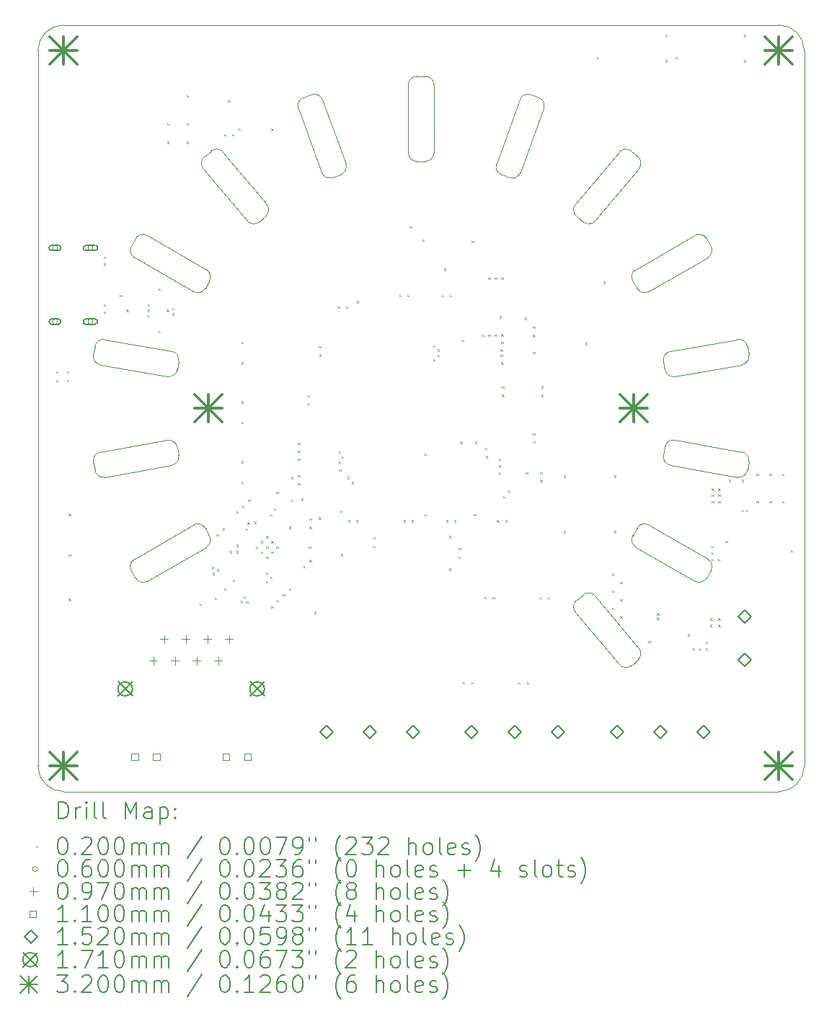
<source format=gbr>
%TF.GenerationSoftware,KiCad,Pcbnew,7.0.1*%
%TF.CreationDate,2023-07-17T00:53:47+01:00*%
%TF.ProjectId,Gateway Board,47617465-7761-4792-9042-6f6172642e6b,rev?*%
%TF.SameCoordinates,Original*%
%TF.FileFunction,Drillmap*%
%TF.FilePolarity,Positive*%
%FSLAX45Y45*%
G04 Gerber Fmt 4.5, Leading zero omitted, Abs format (unit mm)*
G04 Created by KiCad (PCBNEW 7.0.1) date 2023-07-17 00:53:47*
%MOMM*%
%LPD*%
G01*
G04 APERTURE LIST*
%ADD10C,0.100000*%
%ADD11C,0.200000*%
%ADD12C,0.020000*%
%ADD13C,0.060000*%
%ADD14C,0.097000*%
%ADD15C,0.110000*%
%ADD16C,0.152000*%
%ADD17C,0.171000*%
%ADD18C,0.320000*%
G04 APERTURE END LIST*
D10*
X11954826Y-7044566D02*
G75*
G03*
X11942500Y-7185449I64274J-76604D01*
G01*
X12172314Y-6992612D02*
G75*
G03*
X12031430Y-6980287I-76604J-64278D01*
G01*
X10667932Y-10726468D02*
X10650567Y-10627988D01*
X11097498Y-8093300D02*
G75*
G03*
X11134104Y-8229904I86602J-50000D01*
G01*
X17057499Y-7185449D02*
G75*
G03*
X17045174Y-7044566I-76599J64279D01*
G01*
X15940630Y-6480471D02*
X15667014Y-7232225D01*
X18216223Y-10807578D02*
G75*
G03*
X18332068Y-10726468I17367J98478D01*
G01*
X15385106Y-7129619D02*
X15658723Y-6377865D01*
X17045174Y-12955434D02*
G75*
G03*
X17057500Y-12814551I-64274J76604D01*
G01*
X18268318Y-9487863D02*
G75*
G03*
X18349433Y-9372013I-17368J98483D01*
G01*
X17852504Y-8006696D02*
G75*
G03*
X17715897Y-7970096I-86604J-50004D01*
G01*
X18216222Y-10807584D02*
X17428376Y-10668666D01*
X17480471Y-10373223D02*
X18268317Y-10512142D01*
X18349428Y-10627987D02*
G75*
G03*
X18268317Y-10512142I-98478J17367D01*
G01*
X12013526Y-11493301D02*
X11963526Y-11406699D01*
X17347260Y-9447180D02*
X17364625Y-9545661D01*
X17715897Y-12029904D02*
X17023076Y-11629904D01*
X16313459Y-7605451D02*
G75*
G03*
X16325782Y-7746332I76601J-64279D01*
G01*
X12013527Y-8506699D02*
G75*
G03*
X11976924Y-8370096I-86607J49999D01*
G01*
X17428376Y-9331334D02*
X18216222Y-9192416D01*
X16968570Y-6980287D02*
X17045174Y-7044566D01*
X10731683Y-10512142D02*
X11519529Y-10373223D01*
X10783777Y-9192422D02*
G75*
G03*
X10667932Y-9273532I-17367J-98478D01*
G01*
X10731683Y-10512137D02*
G75*
G03*
X10650567Y-10627988I17368J-98483D01*
G01*
X17902502Y-11906700D02*
G75*
G03*
X17865897Y-11770096I-86602J50000D01*
G01*
X16313456Y-7605448D02*
X16827686Y-6992613D01*
X18332068Y-9273532D02*
X18349433Y-9372013D01*
X11963526Y-8593301D02*
X12013526Y-8506699D01*
X14450000Y-7100000D02*
X14550000Y-7100000D01*
X17173079Y-11370092D02*
G75*
G03*
X17036474Y-11406699I-49999J-86608D01*
G01*
X11147501Y-11993301D02*
X11097501Y-11906699D01*
X11826921Y-8629908D02*
G75*
G03*
X11963526Y-8593301I49999J86608D01*
G01*
X13341277Y-6377865D02*
X13614893Y-7129619D01*
X11134105Y-11770099D02*
G75*
G03*
X11097501Y-11906699I49995J-86601D01*
G01*
X15940631Y-6480471D02*
G75*
G03*
X15880863Y-6352300I-93971J34201D01*
G01*
X11147497Y-11993304D02*
G75*
G03*
X11284103Y-12029904I86603J50004D01*
G01*
X16325782Y-7746332D02*
X16402386Y-7810610D01*
X14650000Y-6200000D02*
G75*
G03*
X14550000Y-6100000I-100000J0D01*
G01*
X13461157Y-7291992D02*
X13555126Y-7257790D01*
X11635375Y-9545661D02*
X11652740Y-9447180D01*
X12456726Y-7798289D02*
G75*
G03*
X12597614Y-7810610I76604J64279D01*
G01*
X16986473Y-11493301D02*
G75*
G03*
X17023076Y-11629904I86607J-49999D01*
G01*
X13119137Y-6352300D02*
X13213106Y-6318098D01*
X10783778Y-9192416D02*
X11571624Y-9331334D01*
X18268317Y-9487858D02*
X17480471Y-9626777D01*
X15786892Y-6318102D02*
G75*
G03*
X15658723Y-6377865I-34202J-93968D01*
G01*
X10300000Y-5500000D02*
G75*
G03*
X10000000Y-5800000I0J-300000D01*
G01*
X17865895Y-8229901D02*
G75*
G03*
X17902499Y-8093301I-49995J86601D01*
G01*
X10667926Y-10726469D02*
G75*
G03*
X10783778Y-10807584I98484J17369D01*
G01*
X15444874Y-7257790D02*
X15538843Y-7291992D01*
X14350000Y-7000000D02*
G75*
G03*
X14450000Y-7100000I100000J0D01*
G01*
X19000000Y-5800000D02*
X19000000Y-14200000D01*
X18332074Y-9273531D02*
G75*
G03*
X18216222Y-9192416I-98484J-17369D01*
G01*
X17045174Y-12955434D02*
X16968570Y-13019713D01*
X17902499Y-11906699D02*
X17852499Y-11993301D01*
X11635367Y-10454341D02*
G75*
G03*
X11519529Y-10373223I-98477J-17359D01*
G01*
X15538846Y-7291985D02*
G75*
G03*
X15667014Y-7232225I34204J93965D01*
G01*
X13555127Y-7257791D02*
G75*
G03*
X13614893Y-7129619I-34207J93971D01*
G01*
X13341281Y-6377864D02*
G75*
G03*
X13213106Y-6318098I-93971J-34206D01*
G01*
X17057500Y-7185449D02*
X16543269Y-7798285D01*
X11519528Y-9626785D02*
G75*
G03*
X11635375Y-9545661I17362J98485D01*
G01*
X10300000Y-5500000D02*
X18700000Y-5500000D01*
X11954826Y-7044566D02*
X12031430Y-6980287D01*
X14650000Y-6200000D02*
X14650000Y-7000000D01*
X17173076Y-11370096D02*
X17865897Y-11770096D01*
X14450000Y-6100000D02*
G75*
G03*
X14350000Y-6200000I0J-100000D01*
G01*
X17852499Y-8006699D02*
X17902499Y-8093301D01*
X18700000Y-14500000D02*
X10300000Y-14500000D01*
X17023076Y-8370096D02*
G75*
G03*
X16986474Y-8506699I50004J-86604D01*
G01*
X16827686Y-13007387D02*
X16313456Y-12394551D01*
X17480472Y-10373215D02*
G75*
G03*
X17364625Y-10454339I-17362J-98485D01*
G01*
X13332986Y-7232225D02*
X13059370Y-6480471D01*
X16402390Y-7810606D02*
G75*
G03*
X16543269Y-7798285I64280J76596D01*
G01*
X11519529Y-9626777D02*
X10731683Y-9487858D01*
X16986474Y-8506699D02*
X17036474Y-8593301D01*
X11284101Y-7970101D02*
G75*
G03*
X11147501Y-8006699I-50001J-86599D01*
G01*
X17036474Y-11406699D02*
X16986474Y-11493301D01*
X10650572Y-9372013D02*
G75*
G03*
X10731683Y-9487858I98478J-17367D01*
G01*
X16827686Y-13007388D02*
G75*
G03*
X16968570Y-13019713I76604J64278D01*
G01*
X17364633Y-9545659D02*
G75*
G03*
X17480471Y-9626777I98477J17359D01*
G01*
X15786894Y-6318098D02*
X15880863Y-6352300D01*
X17347254Y-10552819D02*
G75*
G03*
X17428376Y-10668666I98486J-17361D01*
G01*
X12172314Y-6992613D02*
X12686544Y-7605449D01*
X12674221Y-7746334D02*
G75*
G03*
X12686544Y-7605448I-64281J76605D01*
G01*
X16325779Y-12253665D02*
G75*
G03*
X16313456Y-12394551I64281J-76605D01*
G01*
X16968569Y-6980288D02*
G75*
G03*
X16827686Y-6992613I-64279J-76602D01*
G01*
X14450000Y-6100000D02*
X14550000Y-6100000D01*
X10000000Y-14200000D02*
X10000000Y-5800000D01*
X11134104Y-11770096D02*
X11826924Y-11370096D01*
X12597614Y-7810610D02*
X12674218Y-7746332D01*
X17715899Y-12029899D02*
G75*
G03*
X17852499Y-11993301I50001J86599D01*
G01*
X17865897Y-8229904D02*
X17173076Y-8629904D01*
X18700000Y-14500000D02*
G75*
G03*
X19000000Y-14200000I0J300000D01*
G01*
X11963522Y-11406701D02*
G75*
G03*
X11826924Y-11370096I-86602J-49999D01*
G01*
X11652740Y-10552820D02*
X11635375Y-10454339D01*
X16402386Y-12189389D02*
X16325782Y-12253668D01*
X11976924Y-11629904D02*
X11284103Y-12029904D01*
X11097501Y-8093301D02*
X11147501Y-8006699D01*
X17036478Y-8593299D02*
G75*
G03*
X17173076Y-8629904I86602J49999D01*
G01*
X11826924Y-8629904D02*
X11134104Y-8229904D01*
X10650567Y-9372013D02*
X10667932Y-9273532D01*
X17364625Y-10454339D02*
X17347260Y-10552820D01*
X11284103Y-7970096D02*
X11976924Y-8370096D01*
X17023076Y-8370096D02*
X17715897Y-7970096D01*
X16543274Y-12201711D02*
G75*
G03*
X16402386Y-12189389I-76604J-64279D01*
G01*
X13119137Y-6352300D02*
G75*
G03*
X13059369Y-6480471I34203J-93970D01*
G01*
X10000000Y-14200000D02*
G75*
G03*
X10300000Y-14500000I300000J0D01*
G01*
X15385107Y-7129619D02*
G75*
G03*
X15444874Y-7257790I93973J-34201D01*
G01*
X19000000Y-5800000D02*
G75*
G03*
X18700000Y-5500000I-300000J0D01*
G01*
X11571623Y-10668659D02*
G75*
G03*
X11652740Y-10552820I-17363J98479D01*
G01*
X18349433Y-10627988D02*
X18332068Y-10726468D01*
X14350000Y-7000000D02*
X14350000Y-6200000D01*
X17428377Y-9331341D02*
G75*
G03*
X17347260Y-9447180I17363J-98479D01*
G01*
X11652746Y-9447181D02*
G75*
G03*
X11571624Y-9331334I-98486J17361D01*
G01*
X13332978Y-7232228D02*
G75*
G03*
X13461157Y-7291992I93972J34208D01*
G01*
X16543269Y-12201715D02*
X17057500Y-12814551D01*
X11976924Y-11629903D02*
G75*
G03*
X12013526Y-11493301I-50004J86604D01*
G01*
X12456730Y-7798285D02*
X11942500Y-7185449D01*
X14550000Y-7100000D02*
G75*
G03*
X14650000Y-7000000I0J100000D01*
G01*
X11571624Y-10668666D02*
X10783778Y-10807584D01*
D11*
D12*
X10215000Y-9565000D02*
X10235000Y-9585000D01*
X10235000Y-9565000D02*
X10215000Y-9585000D01*
X10215000Y-9665000D02*
X10235000Y-9685000D01*
X10235000Y-9665000D02*
X10215000Y-9685000D01*
X10340000Y-9565000D02*
X10360000Y-9585000D01*
X10360000Y-9565000D02*
X10340000Y-9585000D01*
X10340000Y-9665000D02*
X10360000Y-9685000D01*
X10360000Y-9665000D02*
X10340000Y-9685000D01*
X10362300Y-11714500D02*
X10382300Y-11734500D01*
X10382300Y-11714500D02*
X10362300Y-11734500D01*
X10362400Y-11236600D02*
X10382400Y-11256600D01*
X10382400Y-11236600D02*
X10362400Y-11256600D01*
X10362900Y-12235200D02*
X10382900Y-12255200D01*
X10382900Y-12235200D02*
X10362900Y-12255200D01*
X10770000Y-8220000D02*
X10790000Y-8240000D01*
X10790000Y-8220000D02*
X10770000Y-8240000D01*
X10770000Y-8300000D02*
X10790000Y-8320000D01*
X10790000Y-8300000D02*
X10770000Y-8320000D01*
X10770000Y-8780000D02*
X10790000Y-8800000D01*
X10790000Y-8780000D02*
X10770000Y-8800000D01*
X10770000Y-8860000D02*
X10790000Y-8880000D01*
X10790000Y-8860000D02*
X10770000Y-8880000D01*
X10962000Y-8666000D02*
X10982000Y-8686000D01*
X10982000Y-8666000D02*
X10962000Y-8686000D01*
X11040000Y-8840000D02*
X11060000Y-8860000D01*
X11060000Y-8840000D02*
X11040000Y-8860000D01*
X11290000Y-8775050D02*
X11310000Y-8795050D01*
X11310000Y-8775050D02*
X11290000Y-8795050D01*
X11290000Y-8840000D02*
X11310000Y-8860000D01*
X11310000Y-8840000D02*
X11290000Y-8860000D01*
X11290000Y-8904950D02*
X11310000Y-8924950D01*
X11310000Y-8904950D02*
X11290000Y-8924950D01*
X11415000Y-8590000D02*
X11435000Y-8610000D01*
X11435000Y-8590000D02*
X11415000Y-8610000D01*
X11415000Y-9090000D02*
X11435000Y-9110000D01*
X11435000Y-9090000D02*
X11415000Y-9110000D01*
X11513000Y-8840000D02*
X11533000Y-8860000D01*
X11533000Y-8840000D02*
X11513000Y-8860000D01*
X11517500Y-6650000D02*
X11537500Y-6670000D01*
X11537500Y-6650000D02*
X11517500Y-6670000D01*
X11517500Y-6870000D02*
X11537500Y-6890000D01*
X11537500Y-6870000D02*
X11517500Y-6890000D01*
X11577418Y-8817500D02*
X11597418Y-8837500D01*
X11597418Y-8817500D02*
X11577418Y-8837500D01*
X11577418Y-8882500D02*
X11597418Y-8902500D01*
X11597418Y-8882500D02*
X11577418Y-8902500D01*
X11745000Y-6870000D02*
X11765000Y-6890000D01*
X11765000Y-6870000D02*
X11745000Y-6890000D01*
X11747500Y-6320000D02*
X11767500Y-6340000D01*
X11767500Y-6320000D02*
X11747500Y-6340000D01*
X11747500Y-6650000D02*
X11767500Y-6670000D01*
X11767500Y-6650000D02*
X11747500Y-6670000D01*
X11900000Y-12290000D02*
X11920000Y-12310000D01*
X11920000Y-12290000D02*
X11900000Y-12310000D01*
X12040860Y-11863149D02*
X12060860Y-11883149D01*
X12060860Y-11863149D02*
X12040860Y-11883149D01*
X12049282Y-11930574D02*
X12069282Y-11950574D01*
X12069282Y-11930574D02*
X12049282Y-11950574D01*
X12075500Y-12224500D02*
X12095500Y-12244500D01*
X12095500Y-12224500D02*
X12075500Y-12244500D01*
X12098200Y-11477000D02*
X12118200Y-11497000D01*
X12118200Y-11477000D02*
X12098200Y-11497000D01*
X12100000Y-11890000D02*
X12120000Y-11910000D01*
X12120000Y-11890000D02*
X12100000Y-11910000D01*
X12167500Y-11407200D02*
X12187500Y-11427200D01*
X12187500Y-11407200D02*
X12167500Y-11427200D01*
X12185000Y-6780000D02*
X12205000Y-6800000D01*
X12205000Y-6780000D02*
X12185000Y-6800000D01*
X12187500Y-12112500D02*
X12207500Y-12132500D01*
X12207500Y-12112500D02*
X12187500Y-12132500D01*
X12232500Y-6380000D02*
X12252500Y-6400000D01*
X12252500Y-6380000D02*
X12232500Y-6400000D01*
X12252868Y-11677553D02*
X12272868Y-11697553D01*
X12272868Y-11677553D02*
X12252868Y-11697553D01*
X12280000Y-6780000D02*
X12300000Y-6800000D01*
X12300000Y-6780000D02*
X12280000Y-6800000D01*
X12285000Y-12013000D02*
X12305000Y-12033000D01*
X12305000Y-12013000D02*
X12285000Y-12033000D01*
X12327868Y-11602553D02*
X12347868Y-11622553D01*
X12347868Y-11602553D02*
X12327868Y-11622553D01*
X12327868Y-11677553D02*
X12347868Y-11697553D01*
X12347868Y-11677553D02*
X12327868Y-11697553D01*
X12330000Y-11210000D02*
X12350000Y-11230000D01*
X12350000Y-11210000D02*
X12330000Y-11230000D01*
X12357500Y-6710000D02*
X12377500Y-6730000D01*
X12377500Y-6710000D02*
X12357500Y-6730000D01*
X12378318Y-12259656D02*
X12398318Y-12279656D01*
X12398318Y-12259656D02*
X12378318Y-12279656D01*
X12390000Y-9218000D02*
X12410000Y-9238000D01*
X12410000Y-9218000D02*
X12390000Y-9238000D01*
X12390000Y-9458000D02*
X12410000Y-9478000D01*
X12410000Y-9458000D02*
X12390000Y-9478000D01*
X12390000Y-9918000D02*
X12410000Y-9938000D01*
X12410000Y-9918000D02*
X12390000Y-9938000D01*
X12390000Y-10158000D02*
X12410000Y-10178000D01*
X12410000Y-10158000D02*
X12390000Y-10178000D01*
X12390000Y-10618000D02*
X12410000Y-10638000D01*
X12410000Y-10618000D02*
X12390000Y-10638000D01*
X12391000Y-10858000D02*
X12411000Y-10878000D01*
X12411000Y-10858000D02*
X12391000Y-10878000D01*
X12400000Y-11140000D02*
X12420000Y-11160000D01*
X12420000Y-11140000D02*
X12400000Y-11160000D01*
X12414675Y-12205325D02*
X12434675Y-12225325D01*
X12434675Y-12205325D02*
X12414675Y-12225325D01*
X12440000Y-11410000D02*
X12460000Y-11430000D01*
X12460000Y-11410000D02*
X12440000Y-11430000D01*
X12442927Y-12266301D02*
X12462927Y-12286301D01*
X12462927Y-12266301D02*
X12442927Y-12286301D01*
X12460000Y-11340000D02*
X12480000Y-11360000D01*
X12480000Y-11340000D02*
X12460000Y-11360000D01*
X12470000Y-11070000D02*
X12490000Y-11090000D01*
X12490000Y-11070000D02*
X12470000Y-11090000D01*
X12540000Y-11330000D02*
X12560000Y-11350000D01*
X12560000Y-11330000D02*
X12540000Y-11350000D01*
X12560000Y-11620000D02*
X12580000Y-11640000D01*
X12580000Y-11620000D02*
X12560000Y-11640000D01*
X12620000Y-11560000D02*
X12640000Y-11580000D01*
X12640000Y-11560000D02*
X12620000Y-11580000D01*
X12620000Y-11680000D02*
X12640000Y-11700000D01*
X12640000Y-11680000D02*
X12620000Y-11700000D01*
X12677868Y-11927553D02*
X12697868Y-11947553D01*
X12697868Y-11927553D02*
X12677868Y-11947553D01*
X12677868Y-12027553D02*
X12697868Y-12047553D01*
X12697868Y-12027553D02*
X12677868Y-12047553D01*
X12680000Y-11500000D02*
X12700000Y-11520000D01*
X12700000Y-11500000D02*
X12680000Y-11520000D01*
X12680000Y-11620000D02*
X12700000Y-11640000D01*
X12700000Y-11620000D02*
X12680000Y-11640000D01*
X12680000Y-11740000D02*
X12700000Y-11760000D01*
X12700000Y-11740000D02*
X12680000Y-11760000D01*
X12727868Y-11977553D02*
X12747868Y-11997553D01*
X12747868Y-11977553D02*
X12727868Y-11997553D01*
X12730000Y-11240000D02*
X12750000Y-11260000D01*
X12750000Y-11240000D02*
X12730000Y-11260000D01*
X12739100Y-12323000D02*
X12759100Y-12343000D01*
X12759100Y-12323000D02*
X12739100Y-12343000D01*
X12740000Y-6715000D02*
X12760000Y-6735000D01*
X12760000Y-6715000D02*
X12740000Y-6735000D01*
X12740000Y-11560000D02*
X12760000Y-11580000D01*
X12760000Y-11560000D02*
X12740000Y-11580000D01*
X12740000Y-11680000D02*
X12760000Y-11700000D01*
X12760000Y-11680000D02*
X12740000Y-11700000D01*
X12770000Y-11172550D02*
X12790000Y-11192550D01*
X12790000Y-11172550D02*
X12770000Y-11192550D01*
X12800000Y-10980000D02*
X12820000Y-11000000D01*
X12820000Y-10980000D02*
X12800000Y-11000000D01*
X12800000Y-11620000D02*
X12820000Y-11640000D01*
X12820000Y-11620000D02*
X12800000Y-11640000D01*
X12806800Y-12251500D02*
X12826800Y-12271500D01*
X12826800Y-12251500D02*
X12806800Y-12271500D01*
X12877400Y-12182300D02*
X12897400Y-12202300D01*
X12897400Y-12182300D02*
X12877400Y-12202300D01*
X12948200Y-12113100D02*
X12968200Y-12133100D01*
X12968200Y-12113100D02*
X12948200Y-12133100D01*
X12950000Y-11390000D02*
X12970000Y-11410000D01*
X12970000Y-11390000D02*
X12950000Y-11410000D01*
X12974000Y-10804000D02*
X12994000Y-10824000D01*
X12994000Y-10804000D02*
X12974000Y-10824000D01*
X12974000Y-11071000D02*
X12994000Y-11091000D01*
X12994000Y-11071000D02*
X12974000Y-11091000D01*
X13055000Y-10403000D02*
X13075000Y-10423000D01*
X13075000Y-10403000D02*
X13055000Y-10423000D01*
X13055000Y-10498000D02*
X13075000Y-10518000D01*
X13075000Y-10498000D02*
X13055000Y-10518000D01*
X13055000Y-10592000D02*
X13075000Y-10612000D01*
X13075000Y-10592000D02*
X13055000Y-10612000D01*
X13055000Y-10782000D02*
X13075000Y-10802000D01*
X13075000Y-10782000D02*
X13055000Y-10802000D01*
X13055000Y-10877000D02*
X13075000Y-10897000D01*
X13075000Y-10877000D02*
X13055000Y-10897000D01*
X13090000Y-11060000D02*
X13110000Y-11080000D01*
X13110000Y-11060000D02*
X13090000Y-11080000D01*
X13120000Y-11850000D02*
X13140000Y-11870000D01*
X13140000Y-11850000D02*
X13120000Y-11870000D01*
X13166000Y-9843000D02*
X13186000Y-9863000D01*
X13186000Y-9843000D02*
X13166000Y-9863000D01*
X13166000Y-9939000D02*
X13186000Y-9959000D01*
X13186000Y-9939000D02*
X13166000Y-9959000D01*
X13180000Y-11620000D02*
X13200000Y-11640000D01*
X13200000Y-11620000D02*
X13180000Y-11640000D01*
X13190000Y-11292450D02*
X13210000Y-11312450D01*
X13210000Y-11292450D02*
X13190000Y-11312450D01*
X13190000Y-11390000D02*
X13210000Y-11410000D01*
X13210000Y-11390000D02*
X13190000Y-11410000D01*
X13190000Y-11780000D02*
X13210000Y-11800000D01*
X13210000Y-11780000D02*
X13190000Y-11800000D01*
X13247000Y-12389000D02*
X13267000Y-12409000D01*
X13267000Y-12389000D02*
X13247000Y-12409000D01*
X13300000Y-9267500D02*
X13320000Y-9287500D01*
X13320000Y-9267500D02*
X13300000Y-9287500D01*
X13300000Y-11280000D02*
X13320000Y-11300000D01*
X13320000Y-11280000D02*
X13300000Y-11300000D01*
X13302500Y-9365000D02*
X13322500Y-9385000D01*
X13322500Y-9365000D02*
X13302500Y-9385000D01*
X13520000Y-8802500D02*
X13540000Y-8822500D01*
X13540000Y-8802500D02*
X13520000Y-8822500D01*
X13532500Y-10507550D02*
X13552500Y-10527550D01*
X13552500Y-10507550D02*
X13532500Y-10527550D01*
X13532500Y-10622450D02*
X13552500Y-10642450D01*
X13552500Y-10622450D02*
X13532500Y-10642450D01*
X13535000Y-10715000D02*
X13555000Y-10735000D01*
X13555000Y-10715000D02*
X13535000Y-10735000D01*
X13550000Y-11200000D02*
X13570000Y-11220000D01*
X13570000Y-11200000D02*
X13550000Y-11220000D01*
X13560000Y-11710000D02*
X13580000Y-11730000D01*
X13580000Y-11710000D02*
X13560000Y-11730000D01*
X13565000Y-10565000D02*
X13585000Y-10585000D01*
X13585000Y-10565000D02*
X13565000Y-10585000D01*
X13615000Y-8802500D02*
X13635000Y-8822500D01*
X13635000Y-8802500D02*
X13615000Y-8822500D01*
X13635000Y-10805000D02*
X13655000Y-10825000D01*
X13655000Y-10805000D02*
X13635000Y-10825000D01*
X13643000Y-11314000D02*
X13663000Y-11334000D01*
X13663000Y-11314000D02*
X13643000Y-11334000D01*
X13685000Y-10865000D02*
X13705000Y-10885000D01*
X13705000Y-10865000D02*
X13685000Y-10885000D01*
X13738000Y-11315000D02*
X13758000Y-11335000D01*
X13758000Y-11315000D02*
X13738000Y-11335000D01*
X13742000Y-8741000D02*
X13762000Y-8761000D01*
X13762000Y-8741000D02*
X13742000Y-8761000D01*
X13940000Y-11515000D02*
X13960000Y-11535000D01*
X13960000Y-11515000D02*
X13940000Y-11535000D01*
X13940000Y-11615000D02*
X13960000Y-11635000D01*
X13960000Y-11615000D02*
X13940000Y-11635000D01*
X14241000Y-8666000D02*
X14261000Y-8686000D01*
X14261000Y-8666000D02*
X14241000Y-8686000D01*
X14293000Y-11315000D02*
X14313000Y-11335000D01*
X14313000Y-11315000D02*
X14293000Y-11335000D01*
X14338000Y-8665000D02*
X14358000Y-8685000D01*
X14358000Y-8665000D02*
X14338000Y-8685000D01*
X14365000Y-7862550D02*
X14385000Y-7882550D01*
X14385000Y-7862550D02*
X14365000Y-7882550D01*
X14389000Y-11315000D02*
X14409000Y-11335000D01*
X14409000Y-11315000D02*
X14389000Y-11335000D01*
X14515000Y-8017450D02*
X14535000Y-8037450D01*
X14535000Y-8017450D02*
X14515000Y-8037450D01*
X14540000Y-10530000D02*
X14560000Y-10550000D01*
X14560000Y-10530000D02*
X14540000Y-10550000D01*
X14540000Y-11240000D02*
X14560000Y-11260000D01*
X14560000Y-11240000D02*
X14540000Y-11260000D01*
X14640000Y-9260000D02*
X14660000Y-9280000D01*
X14660000Y-9260000D02*
X14640000Y-9280000D01*
X14640000Y-9420000D02*
X14660000Y-9440000D01*
X14660000Y-9420000D02*
X14640000Y-9440000D01*
X14690000Y-9307500D02*
X14710000Y-9327500D01*
X14710000Y-9307500D02*
X14690000Y-9327500D01*
X14690000Y-9372500D02*
X14710000Y-9392500D01*
X14710000Y-9372500D02*
X14690000Y-9392500D01*
X14741000Y-8666000D02*
X14761000Y-8686000D01*
X14761000Y-8666000D02*
X14741000Y-8686000D01*
X14770000Y-8360000D02*
X14790000Y-8380000D01*
X14790000Y-8360000D02*
X14770000Y-8380000D01*
X14792000Y-11314000D02*
X14812000Y-11334000D01*
X14812000Y-11314000D02*
X14792000Y-11334000D01*
X14828000Y-11500000D02*
X14848000Y-11520000D01*
X14848000Y-11500000D02*
X14828000Y-11520000D01*
X14828000Y-11880000D02*
X14848000Y-11900000D01*
X14848000Y-11880000D02*
X14828000Y-11900000D01*
X14838000Y-8666000D02*
X14858000Y-8686000D01*
X14858000Y-8666000D02*
X14838000Y-8686000D01*
X14889000Y-11315000D02*
X14909000Y-11335000D01*
X14909000Y-11315000D02*
X14889000Y-11335000D01*
X14940000Y-11740000D02*
X14960000Y-11760000D01*
X14960000Y-11740000D02*
X14940000Y-11760000D01*
X14941000Y-11642000D02*
X14961000Y-11662000D01*
X14961000Y-11642000D02*
X14941000Y-11662000D01*
X14960000Y-10390000D02*
X14980000Y-10410000D01*
X14980000Y-10390000D02*
X14960000Y-10410000D01*
X14980000Y-9190000D02*
X15000000Y-9210000D01*
X15000000Y-9190000D02*
X14980000Y-9210000D01*
X14990000Y-13215000D02*
X15010000Y-13235000D01*
X15010000Y-13215000D02*
X14990000Y-13235000D01*
X15090000Y-13215000D02*
X15110000Y-13235000D01*
X15110000Y-13215000D02*
X15090000Y-13235000D01*
X15095000Y-8035000D02*
X15115000Y-8055000D01*
X15115000Y-8035000D02*
X15095000Y-8055000D01*
X15120000Y-11240000D02*
X15140000Y-11260000D01*
X15140000Y-11240000D02*
X15120000Y-11260000D01*
X15131000Y-10390000D02*
X15151000Y-10410000D01*
X15151000Y-10390000D02*
X15131000Y-10410000D01*
X15214710Y-9131711D02*
X15234710Y-9151711D01*
X15234710Y-9131711D02*
X15214710Y-9151711D01*
X15243000Y-12213000D02*
X15263000Y-12233000D01*
X15263000Y-12213000D02*
X15243000Y-12233000D01*
X15250000Y-10460000D02*
X15270000Y-10480000D01*
X15270000Y-10460000D02*
X15250000Y-10480000D01*
X15260000Y-10560000D02*
X15280000Y-10580000D01*
X15280000Y-10560000D02*
X15260000Y-10580000D01*
X15290000Y-8465000D02*
X15310000Y-8485000D01*
X15310000Y-8465000D02*
X15290000Y-8485000D01*
X15290000Y-9132450D02*
X15310000Y-9152450D01*
X15310000Y-9132450D02*
X15290000Y-9152450D01*
X15340000Y-12215000D02*
X15360000Y-12235000D01*
X15360000Y-12215000D02*
X15340000Y-12235000D01*
X15365000Y-8465000D02*
X15385000Y-8485000D01*
X15385000Y-8465000D02*
X15365000Y-8485000D01*
X15365000Y-9132450D02*
X15385000Y-9152450D01*
X15385000Y-9132450D02*
X15365000Y-9152450D01*
X15391000Y-11315000D02*
X15411000Y-11335000D01*
X15411000Y-11315000D02*
X15391000Y-11335000D01*
X15410000Y-10590000D02*
X15430000Y-10610000D01*
X15430000Y-10590000D02*
X15410000Y-10610000D01*
X15410000Y-10670000D02*
X15430000Y-10690000D01*
X15430000Y-10670000D02*
X15410000Y-10690000D01*
X15410000Y-10750000D02*
X15430000Y-10770000D01*
X15430000Y-10750000D02*
X15410000Y-10770000D01*
X15420000Y-8916200D02*
X15440000Y-8936200D01*
X15440000Y-8916200D02*
X15420000Y-8936200D01*
X15432608Y-9307500D02*
X15452608Y-9327500D01*
X15452608Y-9307500D02*
X15432608Y-9327500D01*
X15432608Y-9372500D02*
X15452608Y-9392500D01*
X15452608Y-9372500D02*
X15432608Y-9392500D01*
X15440000Y-8465000D02*
X15460000Y-8485000D01*
X15460000Y-8465000D02*
X15440000Y-8485000D01*
X15440000Y-9130000D02*
X15460000Y-9150000D01*
X15460000Y-9130000D02*
X15440000Y-9150000D01*
X15440000Y-9220000D02*
X15460000Y-9240000D01*
X15460000Y-9220000D02*
X15440000Y-9240000D01*
X15440000Y-9460000D02*
X15460000Y-9480000D01*
X15460000Y-9460000D02*
X15440000Y-9480000D01*
X15448864Y-9740284D02*
X15468864Y-9760284D01*
X15468864Y-9740284D02*
X15448864Y-9760284D01*
X15448864Y-9839716D02*
X15468864Y-9859716D01*
X15468864Y-9839716D02*
X15448864Y-9859716D01*
X15460000Y-11030000D02*
X15480000Y-11050000D01*
X15480000Y-11030000D02*
X15460000Y-11050000D01*
X15488000Y-11315000D02*
X15508000Y-11335000D01*
X15508000Y-11315000D02*
X15488000Y-11335000D01*
X15520000Y-10960000D02*
X15540000Y-10980000D01*
X15540000Y-10960000D02*
X15520000Y-10980000D01*
X15640000Y-13215000D02*
X15660000Y-13235000D01*
X15660000Y-13215000D02*
X15640000Y-13235000D01*
X15715000Y-8933250D02*
X15735000Y-8953250D01*
X15735000Y-8933250D02*
X15715000Y-8953250D01*
X15730000Y-10750000D02*
X15750000Y-10770000D01*
X15750000Y-10750000D02*
X15730000Y-10770000D01*
X15740000Y-13215000D02*
X15760000Y-13235000D01*
X15760000Y-13215000D02*
X15740000Y-13235000D01*
X15814000Y-9338000D02*
X15834000Y-9358000D01*
X15834000Y-9338000D02*
X15814000Y-9358000D01*
X15815000Y-9042000D02*
X15835000Y-9062000D01*
X15835000Y-9042000D02*
X15815000Y-9062000D01*
X15815000Y-9138000D02*
X15835000Y-9158000D01*
X15835000Y-9138000D02*
X15815000Y-9158000D01*
X15815000Y-10291000D02*
X15835000Y-10311000D01*
X15835000Y-10291000D02*
X15815000Y-10311000D01*
X15816000Y-10388000D02*
X15836000Y-10408000D01*
X15836000Y-10388000D02*
X15816000Y-10408000D01*
X15895000Y-12214000D02*
X15915000Y-12234000D01*
X15915000Y-12214000D02*
X15895000Y-12234000D01*
X15900000Y-10750000D02*
X15920000Y-10770000D01*
X15920000Y-10750000D02*
X15900000Y-10770000D01*
X15900000Y-10840000D02*
X15920000Y-10860000D01*
X15920000Y-10840000D02*
X15900000Y-10860000D01*
X15910000Y-9740000D02*
X15930000Y-9760000D01*
X15930000Y-9740000D02*
X15910000Y-9760000D01*
X15910000Y-9840000D02*
X15930000Y-9860000D01*
X15930000Y-9840000D02*
X15910000Y-9860000D01*
X15990000Y-12215000D02*
X16010000Y-12235000D01*
X16010000Y-12215000D02*
X15990000Y-12235000D01*
X16174000Y-10789000D02*
X16194000Y-10809000D01*
X16194000Y-10789000D02*
X16174000Y-10809000D01*
X16175000Y-11439000D02*
X16195000Y-11459000D01*
X16195000Y-11439000D02*
X16175000Y-11459000D01*
X16430000Y-9230000D02*
X16450000Y-9250000D01*
X16450000Y-9230000D02*
X16430000Y-9250000D01*
X16561000Y-5872000D02*
X16581000Y-5892000D01*
X16581000Y-5872000D02*
X16561000Y-5892000D01*
X16640000Y-8510000D02*
X16660000Y-8530000D01*
X16660000Y-8510000D02*
X16640000Y-8530000D01*
X16740000Y-11940000D02*
X16760000Y-11960000D01*
X16760000Y-11940000D02*
X16740000Y-11960000D01*
X16740000Y-12140000D02*
X16760000Y-12160000D01*
X16760000Y-12140000D02*
X16740000Y-12160000D01*
X16740000Y-12340000D02*
X16760000Y-12360000D01*
X16760000Y-12340000D02*
X16740000Y-12360000D01*
X16765000Y-10790000D02*
X16785000Y-10810000D01*
X16785000Y-10790000D02*
X16765000Y-10810000D01*
X16765000Y-11440000D02*
X16785000Y-11460000D01*
X16785000Y-11440000D02*
X16765000Y-11460000D01*
X16840000Y-12040000D02*
X16860000Y-12060000D01*
X16860000Y-12040000D02*
X16840000Y-12060000D01*
X16840000Y-12240000D02*
X16860000Y-12260000D01*
X16860000Y-12240000D02*
X16840000Y-12260000D01*
X16840000Y-12440000D02*
X16860000Y-12460000D01*
X16860000Y-12440000D02*
X16840000Y-12460000D01*
X17170000Y-12730000D02*
X17190000Y-12750000D01*
X17190000Y-12730000D02*
X17170000Y-12750000D01*
X17270000Y-12405000D02*
X17290000Y-12425000D01*
X17290000Y-12405000D02*
X17270000Y-12425000D01*
X17270000Y-12455000D02*
X17290000Y-12475000D01*
X17290000Y-12455000D02*
X17270000Y-12475000D01*
X17365000Y-5612500D02*
X17385000Y-5632500D01*
X17385000Y-5612500D02*
X17365000Y-5632500D01*
X17365000Y-5912500D02*
X17385000Y-5932500D01*
X17385000Y-5912500D02*
X17365000Y-5932500D01*
X17486000Y-5873000D02*
X17506000Y-5893000D01*
X17506000Y-5873000D02*
X17486000Y-5893000D01*
X17630000Y-12650000D02*
X17650000Y-12670000D01*
X17650000Y-12650000D02*
X17630000Y-12670000D01*
X17690000Y-12815000D02*
X17710000Y-12835000D01*
X17710000Y-12815000D02*
X17690000Y-12835000D01*
X17765000Y-12815000D02*
X17785000Y-12835000D01*
X17785000Y-12815000D02*
X17765000Y-12835000D01*
X17840000Y-12740000D02*
X17860000Y-12760000D01*
X17860000Y-12740000D02*
X17840000Y-12760000D01*
X17840000Y-12815000D02*
X17860000Y-12835000D01*
X17860000Y-12815000D02*
X17840000Y-12835000D01*
X17890000Y-12465000D02*
X17910000Y-12485000D01*
X17910000Y-12465000D02*
X17890000Y-12485000D01*
X17890000Y-12540000D02*
X17910000Y-12560000D01*
X17910000Y-12540000D02*
X17890000Y-12560000D01*
X17909455Y-11615000D02*
X17929455Y-11635000D01*
X17929455Y-11615000D02*
X17909455Y-11635000D01*
X17909455Y-11690000D02*
X17929455Y-11710000D01*
X17929455Y-11690000D02*
X17909455Y-11710000D01*
X17909455Y-11765000D02*
X17929455Y-11785000D01*
X17929455Y-11765000D02*
X17909455Y-11785000D01*
X17915000Y-10940000D02*
X17935000Y-10960000D01*
X17935000Y-10940000D02*
X17915000Y-10960000D01*
X17915000Y-11015000D02*
X17935000Y-11035000D01*
X17935000Y-11015000D02*
X17915000Y-11035000D01*
X17915000Y-11090000D02*
X17935000Y-11110000D01*
X17935000Y-11090000D02*
X17915000Y-11110000D01*
X17984455Y-11765000D02*
X18004455Y-11785000D01*
X18004455Y-11765000D02*
X17984455Y-11785000D01*
X17990000Y-10940000D02*
X18010000Y-10960000D01*
X18010000Y-10940000D02*
X17990000Y-10960000D01*
X17990000Y-11015000D02*
X18010000Y-11035000D01*
X18010000Y-11015000D02*
X17990000Y-11035000D01*
X17990000Y-11090000D02*
X18010000Y-11110000D01*
X18010000Y-11090000D02*
X17990000Y-11110000D01*
X17990000Y-12465000D02*
X18010000Y-12485000D01*
X18010000Y-12465000D02*
X17990000Y-12485000D01*
X17990000Y-12540000D02*
X18010000Y-12560000D01*
X18010000Y-12540000D02*
X17990000Y-12560000D01*
X18074455Y-11555000D02*
X18094455Y-11575000D01*
X18094455Y-11555000D02*
X18074455Y-11575000D01*
X18115000Y-10840000D02*
X18135000Y-10860000D01*
X18135000Y-10840000D02*
X18115000Y-10860000D01*
X18265000Y-10840000D02*
X18285000Y-10860000D01*
X18285000Y-10840000D02*
X18265000Y-10860000D01*
X18265000Y-11190000D02*
X18285000Y-11210000D01*
X18285000Y-11190000D02*
X18265000Y-11210000D01*
X18290000Y-5615000D02*
X18310000Y-5635000D01*
X18310000Y-5615000D02*
X18290000Y-5635000D01*
X18290000Y-5912500D02*
X18310000Y-5932500D01*
X18310000Y-5912500D02*
X18290000Y-5932500D01*
X18315000Y-11190000D02*
X18335000Y-11210000D01*
X18335000Y-11190000D02*
X18315000Y-11210000D01*
X18440000Y-10765000D02*
X18460000Y-10785000D01*
X18460000Y-10765000D02*
X18440000Y-10785000D01*
X18440000Y-11090000D02*
X18460000Y-11110000D01*
X18460000Y-11090000D02*
X18440000Y-11110000D01*
X18590000Y-10765000D02*
X18610000Y-10785000D01*
X18610000Y-10765000D02*
X18590000Y-10785000D01*
X18590000Y-11090000D02*
X18610000Y-11110000D01*
X18610000Y-11090000D02*
X18590000Y-11110000D01*
X18740000Y-10765000D02*
X18760000Y-10785000D01*
X18760000Y-10765000D02*
X18740000Y-10785000D01*
X18740000Y-11090000D02*
X18760000Y-11110000D01*
X18760000Y-11090000D02*
X18740000Y-11110000D01*
X18840000Y-11665000D02*
X18860000Y-11685000D01*
X18860000Y-11665000D02*
X18840000Y-11685000D01*
D13*
X10230000Y-8117500D02*
G75*
G03*
X10230000Y-8117500I-30000J0D01*
G01*
D11*
X10240000Y-8087500D02*
X10160000Y-8087500D01*
X10160000Y-8087500D02*
G75*
G03*
X10160000Y-8147500I0J-30000D01*
G01*
X10160000Y-8147500D02*
X10240000Y-8147500D01*
X10240000Y-8147500D02*
G75*
G03*
X10240000Y-8087500I0J30000D01*
G01*
D13*
X10230000Y-8982500D02*
G75*
G03*
X10230000Y-8982500I-30000J0D01*
G01*
D11*
X10240000Y-8952500D02*
X10160000Y-8952500D01*
X10160000Y-8952500D02*
G75*
G03*
X10160000Y-9012500I0J-30000D01*
G01*
X10160000Y-9012500D02*
X10240000Y-9012500D01*
X10240000Y-9012500D02*
G75*
G03*
X10240000Y-8952500I0J30000D01*
G01*
D13*
X10647000Y-8117500D02*
G75*
G03*
X10647000Y-8117500I-30000J0D01*
G01*
D11*
X10672000Y-8087500D02*
X10562000Y-8087500D01*
X10562000Y-8087500D02*
G75*
G03*
X10562000Y-8147500I0J-30000D01*
G01*
X10562000Y-8147500D02*
X10672000Y-8147500D01*
X10672000Y-8147500D02*
G75*
G03*
X10672000Y-8087500I0J30000D01*
G01*
D13*
X10647000Y-8982500D02*
G75*
G03*
X10647000Y-8982500I-30000J0D01*
G01*
D11*
X10672000Y-8952500D02*
X10562000Y-8952500D01*
X10562000Y-8952500D02*
G75*
G03*
X10562000Y-9012500I0J-30000D01*
G01*
X10562000Y-9012500D02*
X10672000Y-9012500D01*
X10672000Y-9012500D02*
G75*
G03*
X10672000Y-8952500I0J30000D01*
G01*
D14*
X11355500Y-12916500D02*
X11355500Y-13013500D01*
X11307000Y-12965000D02*
X11404000Y-12965000D01*
X11482500Y-12662500D02*
X11482500Y-12759500D01*
X11434000Y-12711000D02*
X11531000Y-12711000D01*
X11609500Y-12916500D02*
X11609500Y-13013500D01*
X11561000Y-12965000D02*
X11658000Y-12965000D01*
X11736500Y-12662500D02*
X11736500Y-12759500D01*
X11688000Y-12711000D02*
X11785000Y-12711000D01*
X11863500Y-12916500D02*
X11863500Y-13013500D01*
X11815000Y-12965000D02*
X11912000Y-12965000D01*
X11990500Y-12662500D02*
X11990500Y-12759500D01*
X11942000Y-12711000D02*
X12039000Y-12711000D01*
X12117500Y-12916500D02*
X12117500Y-13013500D01*
X12069000Y-12965000D02*
X12166000Y-12965000D01*
X12244500Y-12662500D02*
X12244500Y-12759500D01*
X12196000Y-12711000D02*
X12293000Y-12711000D01*
D15*
X11176391Y-14128891D02*
X11176391Y-14051109D01*
X11098609Y-14051109D01*
X11098609Y-14128891D01*
X11176391Y-14128891D01*
X11430391Y-14128891D02*
X11430391Y-14051109D01*
X11352609Y-14051109D01*
X11352609Y-14128891D01*
X11430391Y-14128891D01*
X12247391Y-14128891D02*
X12247391Y-14051109D01*
X12169609Y-14051109D01*
X12169609Y-14128891D01*
X12247391Y-14128891D01*
X12501391Y-14128891D02*
X12501391Y-14051109D01*
X12423609Y-14051109D01*
X12423609Y-14128891D01*
X12501391Y-14128891D01*
D16*
X13392000Y-13876000D02*
X13468000Y-13800000D01*
X13392000Y-13724000D01*
X13316000Y-13800000D01*
X13392000Y-13876000D01*
X13900000Y-13876000D02*
X13976000Y-13800000D01*
X13900000Y-13724000D01*
X13824000Y-13800000D01*
X13900000Y-13876000D01*
X14408000Y-13876000D02*
X14484000Y-13800000D01*
X14408000Y-13724000D01*
X14332000Y-13800000D01*
X14408000Y-13876000D01*
X15092000Y-13876000D02*
X15168000Y-13800000D01*
X15092000Y-13724000D01*
X15016000Y-13800000D01*
X15092000Y-13876000D01*
X15600000Y-13876000D02*
X15676000Y-13800000D01*
X15600000Y-13724000D01*
X15524000Y-13800000D01*
X15600000Y-13876000D01*
X16108000Y-13876000D02*
X16184000Y-13800000D01*
X16108000Y-13724000D01*
X16032000Y-13800000D01*
X16108000Y-13876000D01*
X16800000Y-13876000D02*
X16876000Y-13800000D01*
X16800000Y-13724000D01*
X16724000Y-13800000D01*
X16800000Y-13876000D01*
X17308000Y-13876000D02*
X17384000Y-13800000D01*
X17308000Y-13724000D01*
X17232000Y-13800000D01*
X17308000Y-13876000D01*
X17816000Y-13876000D02*
X17892000Y-13800000D01*
X17816000Y-13724000D01*
X17740000Y-13800000D01*
X17816000Y-13876000D01*
X18300000Y-12522000D02*
X18376000Y-12446000D01*
X18300000Y-12370000D01*
X18224000Y-12446000D01*
X18300000Y-12522000D01*
X18300000Y-13030000D02*
X18376000Y-12954000D01*
X18300000Y-12878000D01*
X18224000Y-12954000D01*
X18300000Y-13030000D01*
D17*
X10940000Y-13209500D02*
X11111000Y-13380500D01*
X11111000Y-13209500D02*
X10940000Y-13380500D01*
X11111000Y-13295000D02*
G75*
G03*
X11111000Y-13295000I-85500J0D01*
G01*
X12489000Y-13209500D02*
X12660000Y-13380500D01*
X12660000Y-13209500D02*
X12489000Y-13380500D01*
X12660000Y-13295000D02*
G75*
G03*
X12660000Y-13295000I-85500J0D01*
G01*
D18*
X10140000Y-5640000D02*
X10460000Y-5960000D01*
X10460000Y-5640000D02*
X10140000Y-5960000D01*
X10300000Y-5640000D02*
X10300000Y-5960000D01*
X10140000Y-5800000D02*
X10460000Y-5800000D01*
X10140000Y-14040000D02*
X10460000Y-14360000D01*
X10460000Y-14040000D02*
X10140000Y-14360000D01*
X10300000Y-14040000D02*
X10300000Y-14360000D01*
X10140000Y-14200000D02*
X10460000Y-14200000D01*
X11840000Y-9840000D02*
X12160000Y-10160000D01*
X12160000Y-9840000D02*
X11840000Y-10160000D01*
X12000000Y-9840000D02*
X12000000Y-10160000D01*
X11840000Y-10000000D02*
X12160000Y-10000000D01*
X16840000Y-9840000D02*
X17160000Y-10160000D01*
X17160000Y-9840000D02*
X16840000Y-10160000D01*
X17000000Y-9840000D02*
X17000000Y-10160000D01*
X16840000Y-10000000D02*
X17160000Y-10000000D01*
X18540000Y-5640000D02*
X18860000Y-5960000D01*
X18860000Y-5640000D02*
X18540000Y-5960000D01*
X18700000Y-5640000D02*
X18700000Y-5960000D01*
X18540000Y-5800000D02*
X18860000Y-5800000D01*
X18540000Y-14040000D02*
X18860000Y-14360000D01*
X18860000Y-14040000D02*
X18540000Y-14360000D01*
X18700000Y-14040000D02*
X18700000Y-14360000D01*
X18540000Y-14200000D02*
X18860000Y-14200000D01*
D11*
X10242619Y-14817524D02*
X10242619Y-14617524D01*
X10242619Y-14617524D02*
X10290238Y-14617524D01*
X10290238Y-14617524D02*
X10318810Y-14627048D01*
X10318810Y-14627048D02*
X10337857Y-14646095D01*
X10337857Y-14646095D02*
X10347381Y-14665143D01*
X10347381Y-14665143D02*
X10356905Y-14703238D01*
X10356905Y-14703238D02*
X10356905Y-14731809D01*
X10356905Y-14731809D02*
X10347381Y-14769905D01*
X10347381Y-14769905D02*
X10337857Y-14788952D01*
X10337857Y-14788952D02*
X10318810Y-14808000D01*
X10318810Y-14808000D02*
X10290238Y-14817524D01*
X10290238Y-14817524D02*
X10242619Y-14817524D01*
X10442619Y-14817524D02*
X10442619Y-14684190D01*
X10442619Y-14722286D02*
X10452143Y-14703238D01*
X10452143Y-14703238D02*
X10461667Y-14693714D01*
X10461667Y-14693714D02*
X10480714Y-14684190D01*
X10480714Y-14684190D02*
X10499762Y-14684190D01*
X10566429Y-14817524D02*
X10566429Y-14684190D01*
X10566429Y-14617524D02*
X10556905Y-14627048D01*
X10556905Y-14627048D02*
X10566429Y-14636571D01*
X10566429Y-14636571D02*
X10575952Y-14627048D01*
X10575952Y-14627048D02*
X10566429Y-14617524D01*
X10566429Y-14617524D02*
X10566429Y-14636571D01*
X10690238Y-14817524D02*
X10671190Y-14808000D01*
X10671190Y-14808000D02*
X10661667Y-14788952D01*
X10661667Y-14788952D02*
X10661667Y-14617524D01*
X10795000Y-14817524D02*
X10775952Y-14808000D01*
X10775952Y-14808000D02*
X10766429Y-14788952D01*
X10766429Y-14788952D02*
X10766429Y-14617524D01*
X11023571Y-14817524D02*
X11023571Y-14617524D01*
X11023571Y-14617524D02*
X11090238Y-14760381D01*
X11090238Y-14760381D02*
X11156905Y-14617524D01*
X11156905Y-14617524D02*
X11156905Y-14817524D01*
X11337857Y-14817524D02*
X11337857Y-14712762D01*
X11337857Y-14712762D02*
X11328333Y-14693714D01*
X11328333Y-14693714D02*
X11309286Y-14684190D01*
X11309286Y-14684190D02*
X11271190Y-14684190D01*
X11271190Y-14684190D02*
X11252143Y-14693714D01*
X11337857Y-14808000D02*
X11318809Y-14817524D01*
X11318809Y-14817524D02*
X11271190Y-14817524D01*
X11271190Y-14817524D02*
X11252143Y-14808000D01*
X11252143Y-14808000D02*
X11242619Y-14788952D01*
X11242619Y-14788952D02*
X11242619Y-14769905D01*
X11242619Y-14769905D02*
X11252143Y-14750857D01*
X11252143Y-14750857D02*
X11271190Y-14741333D01*
X11271190Y-14741333D02*
X11318809Y-14741333D01*
X11318809Y-14741333D02*
X11337857Y-14731809D01*
X11433095Y-14684190D02*
X11433095Y-14884190D01*
X11433095Y-14693714D02*
X11452143Y-14684190D01*
X11452143Y-14684190D02*
X11490238Y-14684190D01*
X11490238Y-14684190D02*
X11509286Y-14693714D01*
X11509286Y-14693714D02*
X11518809Y-14703238D01*
X11518809Y-14703238D02*
X11528333Y-14722286D01*
X11528333Y-14722286D02*
X11528333Y-14779428D01*
X11528333Y-14779428D02*
X11518809Y-14798476D01*
X11518809Y-14798476D02*
X11509286Y-14808000D01*
X11509286Y-14808000D02*
X11490238Y-14817524D01*
X11490238Y-14817524D02*
X11452143Y-14817524D01*
X11452143Y-14817524D02*
X11433095Y-14808000D01*
X11614048Y-14798476D02*
X11623571Y-14808000D01*
X11623571Y-14808000D02*
X11614048Y-14817524D01*
X11614048Y-14817524D02*
X11604524Y-14808000D01*
X11604524Y-14808000D02*
X11614048Y-14798476D01*
X11614048Y-14798476D02*
X11614048Y-14817524D01*
X11614048Y-14693714D02*
X11623571Y-14703238D01*
X11623571Y-14703238D02*
X11614048Y-14712762D01*
X11614048Y-14712762D02*
X11604524Y-14703238D01*
X11604524Y-14703238D02*
X11614048Y-14693714D01*
X11614048Y-14693714D02*
X11614048Y-14712762D01*
D12*
X9975000Y-15135000D02*
X9995000Y-15155000D01*
X9995000Y-15135000D02*
X9975000Y-15155000D01*
D11*
X10280714Y-15037524D02*
X10299762Y-15037524D01*
X10299762Y-15037524D02*
X10318810Y-15047048D01*
X10318810Y-15047048D02*
X10328333Y-15056571D01*
X10328333Y-15056571D02*
X10337857Y-15075619D01*
X10337857Y-15075619D02*
X10347381Y-15113714D01*
X10347381Y-15113714D02*
X10347381Y-15161333D01*
X10347381Y-15161333D02*
X10337857Y-15199428D01*
X10337857Y-15199428D02*
X10328333Y-15218476D01*
X10328333Y-15218476D02*
X10318810Y-15228000D01*
X10318810Y-15228000D02*
X10299762Y-15237524D01*
X10299762Y-15237524D02*
X10280714Y-15237524D01*
X10280714Y-15237524D02*
X10261667Y-15228000D01*
X10261667Y-15228000D02*
X10252143Y-15218476D01*
X10252143Y-15218476D02*
X10242619Y-15199428D01*
X10242619Y-15199428D02*
X10233095Y-15161333D01*
X10233095Y-15161333D02*
X10233095Y-15113714D01*
X10233095Y-15113714D02*
X10242619Y-15075619D01*
X10242619Y-15075619D02*
X10252143Y-15056571D01*
X10252143Y-15056571D02*
X10261667Y-15047048D01*
X10261667Y-15047048D02*
X10280714Y-15037524D01*
X10433095Y-15218476D02*
X10442619Y-15228000D01*
X10442619Y-15228000D02*
X10433095Y-15237524D01*
X10433095Y-15237524D02*
X10423571Y-15228000D01*
X10423571Y-15228000D02*
X10433095Y-15218476D01*
X10433095Y-15218476D02*
X10433095Y-15237524D01*
X10518810Y-15056571D02*
X10528333Y-15047048D01*
X10528333Y-15047048D02*
X10547381Y-15037524D01*
X10547381Y-15037524D02*
X10595000Y-15037524D01*
X10595000Y-15037524D02*
X10614048Y-15047048D01*
X10614048Y-15047048D02*
X10623571Y-15056571D01*
X10623571Y-15056571D02*
X10633095Y-15075619D01*
X10633095Y-15075619D02*
X10633095Y-15094667D01*
X10633095Y-15094667D02*
X10623571Y-15123238D01*
X10623571Y-15123238D02*
X10509286Y-15237524D01*
X10509286Y-15237524D02*
X10633095Y-15237524D01*
X10756905Y-15037524D02*
X10775952Y-15037524D01*
X10775952Y-15037524D02*
X10795000Y-15047048D01*
X10795000Y-15047048D02*
X10804524Y-15056571D01*
X10804524Y-15056571D02*
X10814048Y-15075619D01*
X10814048Y-15075619D02*
X10823571Y-15113714D01*
X10823571Y-15113714D02*
X10823571Y-15161333D01*
X10823571Y-15161333D02*
X10814048Y-15199428D01*
X10814048Y-15199428D02*
X10804524Y-15218476D01*
X10804524Y-15218476D02*
X10795000Y-15228000D01*
X10795000Y-15228000D02*
X10775952Y-15237524D01*
X10775952Y-15237524D02*
X10756905Y-15237524D01*
X10756905Y-15237524D02*
X10737857Y-15228000D01*
X10737857Y-15228000D02*
X10728333Y-15218476D01*
X10728333Y-15218476D02*
X10718810Y-15199428D01*
X10718810Y-15199428D02*
X10709286Y-15161333D01*
X10709286Y-15161333D02*
X10709286Y-15113714D01*
X10709286Y-15113714D02*
X10718810Y-15075619D01*
X10718810Y-15075619D02*
X10728333Y-15056571D01*
X10728333Y-15056571D02*
X10737857Y-15047048D01*
X10737857Y-15047048D02*
X10756905Y-15037524D01*
X10947381Y-15037524D02*
X10966429Y-15037524D01*
X10966429Y-15037524D02*
X10985476Y-15047048D01*
X10985476Y-15047048D02*
X10995000Y-15056571D01*
X10995000Y-15056571D02*
X11004524Y-15075619D01*
X11004524Y-15075619D02*
X11014048Y-15113714D01*
X11014048Y-15113714D02*
X11014048Y-15161333D01*
X11014048Y-15161333D02*
X11004524Y-15199428D01*
X11004524Y-15199428D02*
X10995000Y-15218476D01*
X10995000Y-15218476D02*
X10985476Y-15228000D01*
X10985476Y-15228000D02*
X10966429Y-15237524D01*
X10966429Y-15237524D02*
X10947381Y-15237524D01*
X10947381Y-15237524D02*
X10928333Y-15228000D01*
X10928333Y-15228000D02*
X10918810Y-15218476D01*
X10918810Y-15218476D02*
X10909286Y-15199428D01*
X10909286Y-15199428D02*
X10899762Y-15161333D01*
X10899762Y-15161333D02*
X10899762Y-15113714D01*
X10899762Y-15113714D02*
X10909286Y-15075619D01*
X10909286Y-15075619D02*
X10918810Y-15056571D01*
X10918810Y-15056571D02*
X10928333Y-15047048D01*
X10928333Y-15047048D02*
X10947381Y-15037524D01*
X11099762Y-15237524D02*
X11099762Y-15104190D01*
X11099762Y-15123238D02*
X11109286Y-15113714D01*
X11109286Y-15113714D02*
X11128333Y-15104190D01*
X11128333Y-15104190D02*
X11156905Y-15104190D01*
X11156905Y-15104190D02*
X11175952Y-15113714D01*
X11175952Y-15113714D02*
X11185476Y-15132762D01*
X11185476Y-15132762D02*
X11185476Y-15237524D01*
X11185476Y-15132762D02*
X11195000Y-15113714D01*
X11195000Y-15113714D02*
X11214048Y-15104190D01*
X11214048Y-15104190D02*
X11242619Y-15104190D01*
X11242619Y-15104190D02*
X11261667Y-15113714D01*
X11261667Y-15113714D02*
X11271190Y-15132762D01*
X11271190Y-15132762D02*
X11271190Y-15237524D01*
X11366429Y-15237524D02*
X11366429Y-15104190D01*
X11366429Y-15123238D02*
X11375952Y-15113714D01*
X11375952Y-15113714D02*
X11395000Y-15104190D01*
X11395000Y-15104190D02*
X11423571Y-15104190D01*
X11423571Y-15104190D02*
X11442619Y-15113714D01*
X11442619Y-15113714D02*
X11452143Y-15132762D01*
X11452143Y-15132762D02*
X11452143Y-15237524D01*
X11452143Y-15132762D02*
X11461667Y-15113714D01*
X11461667Y-15113714D02*
X11480714Y-15104190D01*
X11480714Y-15104190D02*
X11509286Y-15104190D01*
X11509286Y-15104190D02*
X11528333Y-15113714D01*
X11528333Y-15113714D02*
X11537857Y-15132762D01*
X11537857Y-15132762D02*
X11537857Y-15237524D01*
X11928333Y-15028000D02*
X11756905Y-15285143D01*
X12185476Y-15037524D02*
X12204524Y-15037524D01*
X12204524Y-15037524D02*
X12223572Y-15047048D01*
X12223572Y-15047048D02*
X12233095Y-15056571D01*
X12233095Y-15056571D02*
X12242619Y-15075619D01*
X12242619Y-15075619D02*
X12252143Y-15113714D01*
X12252143Y-15113714D02*
X12252143Y-15161333D01*
X12252143Y-15161333D02*
X12242619Y-15199428D01*
X12242619Y-15199428D02*
X12233095Y-15218476D01*
X12233095Y-15218476D02*
X12223572Y-15228000D01*
X12223572Y-15228000D02*
X12204524Y-15237524D01*
X12204524Y-15237524D02*
X12185476Y-15237524D01*
X12185476Y-15237524D02*
X12166429Y-15228000D01*
X12166429Y-15228000D02*
X12156905Y-15218476D01*
X12156905Y-15218476D02*
X12147381Y-15199428D01*
X12147381Y-15199428D02*
X12137857Y-15161333D01*
X12137857Y-15161333D02*
X12137857Y-15113714D01*
X12137857Y-15113714D02*
X12147381Y-15075619D01*
X12147381Y-15075619D02*
X12156905Y-15056571D01*
X12156905Y-15056571D02*
X12166429Y-15047048D01*
X12166429Y-15047048D02*
X12185476Y-15037524D01*
X12337857Y-15218476D02*
X12347381Y-15228000D01*
X12347381Y-15228000D02*
X12337857Y-15237524D01*
X12337857Y-15237524D02*
X12328333Y-15228000D01*
X12328333Y-15228000D02*
X12337857Y-15218476D01*
X12337857Y-15218476D02*
X12337857Y-15237524D01*
X12471191Y-15037524D02*
X12490238Y-15037524D01*
X12490238Y-15037524D02*
X12509286Y-15047048D01*
X12509286Y-15047048D02*
X12518810Y-15056571D01*
X12518810Y-15056571D02*
X12528333Y-15075619D01*
X12528333Y-15075619D02*
X12537857Y-15113714D01*
X12537857Y-15113714D02*
X12537857Y-15161333D01*
X12537857Y-15161333D02*
X12528333Y-15199428D01*
X12528333Y-15199428D02*
X12518810Y-15218476D01*
X12518810Y-15218476D02*
X12509286Y-15228000D01*
X12509286Y-15228000D02*
X12490238Y-15237524D01*
X12490238Y-15237524D02*
X12471191Y-15237524D01*
X12471191Y-15237524D02*
X12452143Y-15228000D01*
X12452143Y-15228000D02*
X12442619Y-15218476D01*
X12442619Y-15218476D02*
X12433095Y-15199428D01*
X12433095Y-15199428D02*
X12423572Y-15161333D01*
X12423572Y-15161333D02*
X12423572Y-15113714D01*
X12423572Y-15113714D02*
X12433095Y-15075619D01*
X12433095Y-15075619D02*
X12442619Y-15056571D01*
X12442619Y-15056571D02*
X12452143Y-15047048D01*
X12452143Y-15047048D02*
X12471191Y-15037524D01*
X12661667Y-15037524D02*
X12680714Y-15037524D01*
X12680714Y-15037524D02*
X12699762Y-15047048D01*
X12699762Y-15047048D02*
X12709286Y-15056571D01*
X12709286Y-15056571D02*
X12718810Y-15075619D01*
X12718810Y-15075619D02*
X12728333Y-15113714D01*
X12728333Y-15113714D02*
X12728333Y-15161333D01*
X12728333Y-15161333D02*
X12718810Y-15199428D01*
X12718810Y-15199428D02*
X12709286Y-15218476D01*
X12709286Y-15218476D02*
X12699762Y-15228000D01*
X12699762Y-15228000D02*
X12680714Y-15237524D01*
X12680714Y-15237524D02*
X12661667Y-15237524D01*
X12661667Y-15237524D02*
X12642619Y-15228000D01*
X12642619Y-15228000D02*
X12633095Y-15218476D01*
X12633095Y-15218476D02*
X12623572Y-15199428D01*
X12623572Y-15199428D02*
X12614048Y-15161333D01*
X12614048Y-15161333D02*
X12614048Y-15113714D01*
X12614048Y-15113714D02*
X12623572Y-15075619D01*
X12623572Y-15075619D02*
X12633095Y-15056571D01*
X12633095Y-15056571D02*
X12642619Y-15047048D01*
X12642619Y-15047048D02*
X12661667Y-15037524D01*
X12795000Y-15037524D02*
X12928333Y-15037524D01*
X12928333Y-15037524D02*
X12842619Y-15237524D01*
X13014048Y-15237524D02*
X13052143Y-15237524D01*
X13052143Y-15237524D02*
X13071191Y-15228000D01*
X13071191Y-15228000D02*
X13080714Y-15218476D01*
X13080714Y-15218476D02*
X13099762Y-15189905D01*
X13099762Y-15189905D02*
X13109286Y-15151809D01*
X13109286Y-15151809D02*
X13109286Y-15075619D01*
X13109286Y-15075619D02*
X13099762Y-15056571D01*
X13099762Y-15056571D02*
X13090238Y-15047048D01*
X13090238Y-15047048D02*
X13071191Y-15037524D01*
X13071191Y-15037524D02*
X13033095Y-15037524D01*
X13033095Y-15037524D02*
X13014048Y-15047048D01*
X13014048Y-15047048D02*
X13004524Y-15056571D01*
X13004524Y-15056571D02*
X12995000Y-15075619D01*
X12995000Y-15075619D02*
X12995000Y-15123238D01*
X12995000Y-15123238D02*
X13004524Y-15142286D01*
X13004524Y-15142286D02*
X13014048Y-15151809D01*
X13014048Y-15151809D02*
X13033095Y-15161333D01*
X13033095Y-15161333D02*
X13071191Y-15161333D01*
X13071191Y-15161333D02*
X13090238Y-15151809D01*
X13090238Y-15151809D02*
X13099762Y-15142286D01*
X13099762Y-15142286D02*
X13109286Y-15123238D01*
X13185476Y-15037524D02*
X13185476Y-15075619D01*
X13261667Y-15037524D02*
X13261667Y-15075619D01*
X13556905Y-15313714D02*
X13547381Y-15304190D01*
X13547381Y-15304190D02*
X13528334Y-15275619D01*
X13528334Y-15275619D02*
X13518810Y-15256571D01*
X13518810Y-15256571D02*
X13509286Y-15228000D01*
X13509286Y-15228000D02*
X13499762Y-15180381D01*
X13499762Y-15180381D02*
X13499762Y-15142286D01*
X13499762Y-15142286D02*
X13509286Y-15094667D01*
X13509286Y-15094667D02*
X13518810Y-15066095D01*
X13518810Y-15066095D02*
X13528334Y-15047048D01*
X13528334Y-15047048D02*
X13547381Y-15018476D01*
X13547381Y-15018476D02*
X13556905Y-15008952D01*
X13623572Y-15056571D02*
X13633095Y-15047048D01*
X13633095Y-15047048D02*
X13652143Y-15037524D01*
X13652143Y-15037524D02*
X13699762Y-15037524D01*
X13699762Y-15037524D02*
X13718810Y-15047048D01*
X13718810Y-15047048D02*
X13728334Y-15056571D01*
X13728334Y-15056571D02*
X13737857Y-15075619D01*
X13737857Y-15075619D02*
X13737857Y-15094667D01*
X13737857Y-15094667D02*
X13728334Y-15123238D01*
X13728334Y-15123238D02*
X13614048Y-15237524D01*
X13614048Y-15237524D02*
X13737857Y-15237524D01*
X13804524Y-15037524D02*
X13928334Y-15037524D01*
X13928334Y-15037524D02*
X13861667Y-15113714D01*
X13861667Y-15113714D02*
X13890238Y-15113714D01*
X13890238Y-15113714D02*
X13909286Y-15123238D01*
X13909286Y-15123238D02*
X13918810Y-15132762D01*
X13918810Y-15132762D02*
X13928334Y-15151809D01*
X13928334Y-15151809D02*
X13928334Y-15199428D01*
X13928334Y-15199428D02*
X13918810Y-15218476D01*
X13918810Y-15218476D02*
X13909286Y-15228000D01*
X13909286Y-15228000D02*
X13890238Y-15237524D01*
X13890238Y-15237524D02*
X13833095Y-15237524D01*
X13833095Y-15237524D02*
X13814048Y-15228000D01*
X13814048Y-15228000D02*
X13804524Y-15218476D01*
X14004524Y-15056571D02*
X14014048Y-15047048D01*
X14014048Y-15047048D02*
X14033095Y-15037524D01*
X14033095Y-15037524D02*
X14080715Y-15037524D01*
X14080715Y-15037524D02*
X14099762Y-15047048D01*
X14099762Y-15047048D02*
X14109286Y-15056571D01*
X14109286Y-15056571D02*
X14118810Y-15075619D01*
X14118810Y-15075619D02*
X14118810Y-15094667D01*
X14118810Y-15094667D02*
X14109286Y-15123238D01*
X14109286Y-15123238D02*
X13995000Y-15237524D01*
X13995000Y-15237524D02*
X14118810Y-15237524D01*
X14356905Y-15237524D02*
X14356905Y-15037524D01*
X14442619Y-15237524D02*
X14442619Y-15132762D01*
X14442619Y-15132762D02*
X14433096Y-15113714D01*
X14433096Y-15113714D02*
X14414048Y-15104190D01*
X14414048Y-15104190D02*
X14385476Y-15104190D01*
X14385476Y-15104190D02*
X14366429Y-15113714D01*
X14366429Y-15113714D02*
X14356905Y-15123238D01*
X14566429Y-15237524D02*
X14547381Y-15228000D01*
X14547381Y-15228000D02*
X14537857Y-15218476D01*
X14537857Y-15218476D02*
X14528334Y-15199428D01*
X14528334Y-15199428D02*
X14528334Y-15142286D01*
X14528334Y-15142286D02*
X14537857Y-15123238D01*
X14537857Y-15123238D02*
X14547381Y-15113714D01*
X14547381Y-15113714D02*
X14566429Y-15104190D01*
X14566429Y-15104190D02*
X14595000Y-15104190D01*
X14595000Y-15104190D02*
X14614048Y-15113714D01*
X14614048Y-15113714D02*
X14623572Y-15123238D01*
X14623572Y-15123238D02*
X14633096Y-15142286D01*
X14633096Y-15142286D02*
X14633096Y-15199428D01*
X14633096Y-15199428D02*
X14623572Y-15218476D01*
X14623572Y-15218476D02*
X14614048Y-15228000D01*
X14614048Y-15228000D02*
X14595000Y-15237524D01*
X14595000Y-15237524D02*
X14566429Y-15237524D01*
X14747381Y-15237524D02*
X14728334Y-15228000D01*
X14728334Y-15228000D02*
X14718810Y-15208952D01*
X14718810Y-15208952D02*
X14718810Y-15037524D01*
X14899762Y-15228000D02*
X14880715Y-15237524D01*
X14880715Y-15237524D02*
X14842619Y-15237524D01*
X14842619Y-15237524D02*
X14823572Y-15228000D01*
X14823572Y-15228000D02*
X14814048Y-15208952D01*
X14814048Y-15208952D02*
X14814048Y-15132762D01*
X14814048Y-15132762D02*
X14823572Y-15113714D01*
X14823572Y-15113714D02*
X14842619Y-15104190D01*
X14842619Y-15104190D02*
X14880715Y-15104190D01*
X14880715Y-15104190D02*
X14899762Y-15113714D01*
X14899762Y-15113714D02*
X14909286Y-15132762D01*
X14909286Y-15132762D02*
X14909286Y-15151809D01*
X14909286Y-15151809D02*
X14814048Y-15170857D01*
X14985477Y-15228000D02*
X15004524Y-15237524D01*
X15004524Y-15237524D02*
X15042619Y-15237524D01*
X15042619Y-15237524D02*
X15061667Y-15228000D01*
X15061667Y-15228000D02*
X15071191Y-15208952D01*
X15071191Y-15208952D02*
X15071191Y-15199428D01*
X15071191Y-15199428D02*
X15061667Y-15180381D01*
X15061667Y-15180381D02*
X15042619Y-15170857D01*
X15042619Y-15170857D02*
X15014048Y-15170857D01*
X15014048Y-15170857D02*
X14995000Y-15161333D01*
X14995000Y-15161333D02*
X14985477Y-15142286D01*
X14985477Y-15142286D02*
X14985477Y-15132762D01*
X14985477Y-15132762D02*
X14995000Y-15113714D01*
X14995000Y-15113714D02*
X15014048Y-15104190D01*
X15014048Y-15104190D02*
X15042619Y-15104190D01*
X15042619Y-15104190D02*
X15061667Y-15113714D01*
X15137858Y-15313714D02*
X15147381Y-15304190D01*
X15147381Y-15304190D02*
X15166429Y-15275619D01*
X15166429Y-15275619D02*
X15175953Y-15256571D01*
X15175953Y-15256571D02*
X15185477Y-15228000D01*
X15185477Y-15228000D02*
X15195000Y-15180381D01*
X15195000Y-15180381D02*
X15195000Y-15142286D01*
X15195000Y-15142286D02*
X15185477Y-15094667D01*
X15185477Y-15094667D02*
X15175953Y-15066095D01*
X15175953Y-15066095D02*
X15166429Y-15047048D01*
X15166429Y-15047048D02*
X15147381Y-15018476D01*
X15147381Y-15018476D02*
X15137858Y-15008952D01*
D13*
X9995000Y-15409000D02*
G75*
G03*
X9995000Y-15409000I-30000J0D01*
G01*
D11*
X10280714Y-15301524D02*
X10299762Y-15301524D01*
X10299762Y-15301524D02*
X10318810Y-15311048D01*
X10318810Y-15311048D02*
X10328333Y-15320571D01*
X10328333Y-15320571D02*
X10337857Y-15339619D01*
X10337857Y-15339619D02*
X10347381Y-15377714D01*
X10347381Y-15377714D02*
X10347381Y-15425333D01*
X10347381Y-15425333D02*
X10337857Y-15463428D01*
X10337857Y-15463428D02*
X10328333Y-15482476D01*
X10328333Y-15482476D02*
X10318810Y-15492000D01*
X10318810Y-15492000D02*
X10299762Y-15501524D01*
X10299762Y-15501524D02*
X10280714Y-15501524D01*
X10280714Y-15501524D02*
X10261667Y-15492000D01*
X10261667Y-15492000D02*
X10252143Y-15482476D01*
X10252143Y-15482476D02*
X10242619Y-15463428D01*
X10242619Y-15463428D02*
X10233095Y-15425333D01*
X10233095Y-15425333D02*
X10233095Y-15377714D01*
X10233095Y-15377714D02*
X10242619Y-15339619D01*
X10242619Y-15339619D02*
X10252143Y-15320571D01*
X10252143Y-15320571D02*
X10261667Y-15311048D01*
X10261667Y-15311048D02*
X10280714Y-15301524D01*
X10433095Y-15482476D02*
X10442619Y-15492000D01*
X10442619Y-15492000D02*
X10433095Y-15501524D01*
X10433095Y-15501524D02*
X10423571Y-15492000D01*
X10423571Y-15492000D02*
X10433095Y-15482476D01*
X10433095Y-15482476D02*
X10433095Y-15501524D01*
X10614048Y-15301524D02*
X10575952Y-15301524D01*
X10575952Y-15301524D02*
X10556905Y-15311048D01*
X10556905Y-15311048D02*
X10547381Y-15320571D01*
X10547381Y-15320571D02*
X10528333Y-15349143D01*
X10528333Y-15349143D02*
X10518810Y-15387238D01*
X10518810Y-15387238D02*
X10518810Y-15463428D01*
X10518810Y-15463428D02*
X10528333Y-15482476D01*
X10528333Y-15482476D02*
X10537857Y-15492000D01*
X10537857Y-15492000D02*
X10556905Y-15501524D01*
X10556905Y-15501524D02*
X10595000Y-15501524D01*
X10595000Y-15501524D02*
X10614048Y-15492000D01*
X10614048Y-15492000D02*
X10623571Y-15482476D01*
X10623571Y-15482476D02*
X10633095Y-15463428D01*
X10633095Y-15463428D02*
X10633095Y-15415809D01*
X10633095Y-15415809D02*
X10623571Y-15396762D01*
X10623571Y-15396762D02*
X10614048Y-15387238D01*
X10614048Y-15387238D02*
X10595000Y-15377714D01*
X10595000Y-15377714D02*
X10556905Y-15377714D01*
X10556905Y-15377714D02*
X10537857Y-15387238D01*
X10537857Y-15387238D02*
X10528333Y-15396762D01*
X10528333Y-15396762D02*
X10518810Y-15415809D01*
X10756905Y-15301524D02*
X10775952Y-15301524D01*
X10775952Y-15301524D02*
X10795000Y-15311048D01*
X10795000Y-15311048D02*
X10804524Y-15320571D01*
X10804524Y-15320571D02*
X10814048Y-15339619D01*
X10814048Y-15339619D02*
X10823571Y-15377714D01*
X10823571Y-15377714D02*
X10823571Y-15425333D01*
X10823571Y-15425333D02*
X10814048Y-15463428D01*
X10814048Y-15463428D02*
X10804524Y-15482476D01*
X10804524Y-15482476D02*
X10795000Y-15492000D01*
X10795000Y-15492000D02*
X10775952Y-15501524D01*
X10775952Y-15501524D02*
X10756905Y-15501524D01*
X10756905Y-15501524D02*
X10737857Y-15492000D01*
X10737857Y-15492000D02*
X10728333Y-15482476D01*
X10728333Y-15482476D02*
X10718810Y-15463428D01*
X10718810Y-15463428D02*
X10709286Y-15425333D01*
X10709286Y-15425333D02*
X10709286Y-15377714D01*
X10709286Y-15377714D02*
X10718810Y-15339619D01*
X10718810Y-15339619D02*
X10728333Y-15320571D01*
X10728333Y-15320571D02*
X10737857Y-15311048D01*
X10737857Y-15311048D02*
X10756905Y-15301524D01*
X10947381Y-15301524D02*
X10966429Y-15301524D01*
X10966429Y-15301524D02*
X10985476Y-15311048D01*
X10985476Y-15311048D02*
X10995000Y-15320571D01*
X10995000Y-15320571D02*
X11004524Y-15339619D01*
X11004524Y-15339619D02*
X11014048Y-15377714D01*
X11014048Y-15377714D02*
X11014048Y-15425333D01*
X11014048Y-15425333D02*
X11004524Y-15463428D01*
X11004524Y-15463428D02*
X10995000Y-15482476D01*
X10995000Y-15482476D02*
X10985476Y-15492000D01*
X10985476Y-15492000D02*
X10966429Y-15501524D01*
X10966429Y-15501524D02*
X10947381Y-15501524D01*
X10947381Y-15501524D02*
X10928333Y-15492000D01*
X10928333Y-15492000D02*
X10918810Y-15482476D01*
X10918810Y-15482476D02*
X10909286Y-15463428D01*
X10909286Y-15463428D02*
X10899762Y-15425333D01*
X10899762Y-15425333D02*
X10899762Y-15377714D01*
X10899762Y-15377714D02*
X10909286Y-15339619D01*
X10909286Y-15339619D02*
X10918810Y-15320571D01*
X10918810Y-15320571D02*
X10928333Y-15311048D01*
X10928333Y-15311048D02*
X10947381Y-15301524D01*
X11099762Y-15501524D02*
X11099762Y-15368190D01*
X11099762Y-15387238D02*
X11109286Y-15377714D01*
X11109286Y-15377714D02*
X11128333Y-15368190D01*
X11128333Y-15368190D02*
X11156905Y-15368190D01*
X11156905Y-15368190D02*
X11175952Y-15377714D01*
X11175952Y-15377714D02*
X11185476Y-15396762D01*
X11185476Y-15396762D02*
X11185476Y-15501524D01*
X11185476Y-15396762D02*
X11195000Y-15377714D01*
X11195000Y-15377714D02*
X11214048Y-15368190D01*
X11214048Y-15368190D02*
X11242619Y-15368190D01*
X11242619Y-15368190D02*
X11261667Y-15377714D01*
X11261667Y-15377714D02*
X11271190Y-15396762D01*
X11271190Y-15396762D02*
X11271190Y-15501524D01*
X11366429Y-15501524D02*
X11366429Y-15368190D01*
X11366429Y-15387238D02*
X11375952Y-15377714D01*
X11375952Y-15377714D02*
X11395000Y-15368190D01*
X11395000Y-15368190D02*
X11423571Y-15368190D01*
X11423571Y-15368190D02*
X11442619Y-15377714D01*
X11442619Y-15377714D02*
X11452143Y-15396762D01*
X11452143Y-15396762D02*
X11452143Y-15501524D01*
X11452143Y-15396762D02*
X11461667Y-15377714D01*
X11461667Y-15377714D02*
X11480714Y-15368190D01*
X11480714Y-15368190D02*
X11509286Y-15368190D01*
X11509286Y-15368190D02*
X11528333Y-15377714D01*
X11528333Y-15377714D02*
X11537857Y-15396762D01*
X11537857Y-15396762D02*
X11537857Y-15501524D01*
X11928333Y-15292000D02*
X11756905Y-15549143D01*
X12185476Y-15301524D02*
X12204524Y-15301524D01*
X12204524Y-15301524D02*
X12223572Y-15311048D01*
X12223572Y-15311048D02*
X12233095Y-15320571D01*
X12233095Y-15320571D02*
X12242619Y-15339619D01*
X12242619Y-15339619D02*
X12252143Y-15377714D01*
X12252143Y-15377714D02*
X12252143Y-15425333D01*
X12252143Y-15425333D02*
X12242619Y-15463428D01*
X12242619Y-15463428D02*
X12233095Y-15482476D01*
X12233095Y-15482476D02*
X12223572Y-15492000D01*
X12223572Y-15492000D02*
X12204524Y-15501524D01*
X12204524Y-15501524D02*
X12185476Y-15501524D01*
X12185476Y-15501524D02*
X12166429Y-15492000D01*
X12166429Y-15492000D02*
X12156905Y-15482476D01*
X12156905Y-15482476D02*
X12147381Y-15463428D01*
X12147381Y-15463428D02*
X12137857Y-15425333D01*
X12137857Y-15425333D02*
X12137857Y-15377714D01*
X12137857Y-15377714D02*
X12147381Y-15339619D01*
X12147381Y-15339619D02*
X12156905Y-15320571D01*
X12156905Y-15320571D02*
X12166429Y-15311048D01*
X12166429Y-15311048D02*
X12185476Y-15301524D01*
X12337857Y-15482476D02*
X12347381Y-15492000D01*
X12347381Y-15492000D02*
X12337857Y-15501524D01*
X12337857Y-15501524D02*
X12328333Y-15492000D01*
X12328333Y-15492000D02*
X12337857Y-15482476D01*
X12337857Y-15482476D02*
X12337857Y-15501524D01*
X12471191Y-15301524D02*
X12490238Y-15301524D01*
X12490238Y-15301524D02*
X12509286Y-15311048D01*
X12509286Y-15311048D02*
X12518810Y-15320571D01*
X12518810Y-15320571D02*
X12528333Y-15339619D01*
X12528333Y-15339619D02*
X12537857Y-15377714D01*
X12537857Y-15377714D02*
X12537857Y-15425333D01*
X12537857Y-15425333D02*
X12528333Y-15463428D01*
X12528333Y-15463428D02*
X12518810Y-15482476D01*
X12518810Y-15482476D02*
X12509286Y-15492000D01*
X12509286Y-15492000D02*
X12490238Y-15501524D01*
X12490238Y-15501524D02*
X12471191Y-15501524D01*
X12471191Y-15501524D02*
X12452143Y-15492000D01*
X12452143Y-15492000D02*
X12442619Y-15482476D01*
X12442619Y-15482476D02*
X12433095Y-15463428D01*
X12433095Y-15463428D02*
X12423572Y-15425333D01*
X12423572Y-15425333D02*
X12423572Y-15377714D01*
X12423572Y-15377714D02*
X12433095Y-15339619D01*
X12433095Y-15339619D02*
X12442619Y-15320571D01*
X12442619Y-15320571D02*
X12452143Y-15311048D01*
X12452143Y-15311048D02*
X12471191Y-15301524D01*
X12614048Y-15320571D02*
X12623572Y-15311048D01*
X12623572Y-15311048D02*
X12642619Y-15301524D01*
X12642619Y-15301524D02*
X12690238Y-15301524D01*
X12690238Y-15301524D02*
X12709286Y-15311048D01*
X12709286Y-15311048D02*
X12718810Y-15320571D01*
X12718810Y-15320571D02*
X12728333Y-15339619D01*
X12728333Y-15339619D02*
X12728333Y-15358667D01*
X12728333Y-15358667D02*
X12718810Y-15387238D01*
X12718810Y-15387238D02*
X12604524Y-15501524D01*
X12604524Y-15501524D02*
X12728333Y-15501524D01*
X12795000Y-15301524D02*
X12918810Y-15301524D01*
X12918810Y-15301524D02*
X12852143Y-15377714D01*
X12852143Y-15377714D02*
X12880714Y-15377714D01*
X12880714Y-15377714D02*
X12899762Y-15387238D01*
X12899762Y-15387238D02*
X12909286Y-15396762D01*
X12909286Y-15396762D02*
X12918810Y-15415809D01*
X12918810Y-15415809D02*
X12918810Y-15463428D01*
X12918810Y-15463428D02*
X12909286Y-15482476D01*
X12909286Y-15482476D02*
X12899762Y-15492000D01*
X12899762Y-15492000D02*
X12880714Y-15501524D01*
X12880714Y-15501524D02*
X12823572Y-15501524D01*
X12823572Y-15501524D02*
X12804524Y-15492000D01*
X12804524Y-15492000D02*
X12795000Y-15482476D01*
X13090238Y-15301524D02*
X13052143Y-15301524D01*
X13052143Y-15301524D02*
X13033095Y-15311048D01*
X13033095Y-15311048D02*
X13023572Y-15320571D01*
X13023572Y-15320571D02*
X13004524Y-15349143D01*
X13004524Y-15349143D02*
X12995000Y-15387238D01*
X12995000Y-15387238D02*
X12995000Y-15463428D01*
X12995000Y-15463428D02*
X13004524Y-15482476D01*
X13004524Y-15482476D02*
X13014048Y-15492000D01*
X13014048Y-15492000D02*
X13033095Y-15501524D01*
X13033095Y-15501524D02*
X13071191Y-15501524D01*
X13071191Y-15501524D02*
X13090238Y-15492000D01*
X13090238Y-15492000D02*
X13099762Y-15482476D01*
X13099762Y-15482476D02*
X13109286Y-15463428D01*
X13109286Y-15463428D02*
X13109286Y-15415809D01*
X13109286Y-15415809D02*
X13099762Y-15396762D01*
X13099762Y-15396762D02*
X13090238Y-15387238D01*
X13090238Y-15387238D02*
X13071191Y-15377714D01*
X13071191Y-15377714D02*
X13033095Y-15377714D01*
X13033095Y-15377714D02*
X13014048Y-15387238D01*
X13014048Y-15387238D02*
X13004524Y-15396762D01*
X13004524Y-15396762D02*
X12995000Y-15415809D01*
X13185476Y-15301524D02*
X13185476Y-15339619D01*
X13261667Y-15301524D02*
X13261667Y-15339619D01*
X13556905Y-15577714D02*
X13547381Y-15568190D01*
X13547381Y-15568190D02*
X13528334Y-15539619D01*
X13528334Y-15539619D02*
X13518810Y-15520571D01*
X13518810Y-15520571D02*
X13509286Y-15492000D01*
X13509286Y-15492000D02*
X13499762Y-15444381D01*
X13499762Y-15444381D02*
X13499762Y-15406286D01*
X13499762Y-15406286D02*
X13509286Y-15358667D01*
X13509286Y-15358667D02*
X13518810Y-15330095D01*
X13518810Y-15330095D02*
X13528334Y-15311048D01*
X13528334Y-15311048D02*
X13547381Y-15282476D01*
X13547381Y-15282476D02*
X13556905Y-15272952D01*
X13671191Y-15301524D02*
X13690238Y-15301524D01*
X13690238Y-15301524D02*
X13709286Y-15311048D01*
X13709286Y-15311048D02*
X13718810Y-15320571D01*
X13718810Y-15320571D02*
X13728334Y-15339619D01*
X13728334Y-15339619D02*
X13737857Y-15377714D01*
X13737857Y-15377714D02*
X13737857Y-15425333D01*
X13737857Y-15425333D02*
X13728334Y-15463428D01*
X13728334Y-15463428D02*
X13718810Y-15482476D01*
X13718810Y-15482476D02*
X13709286Y-15492000D01*
X13709286Y-15492000D02*
X13690238Y-15501524D01*
X13690238Y-15501524D02*
X13671191Y-15501524D01*
X13671191Y-15501524D02*
X13652143Y-15492000D01*
X13652143Y-15492000D02*
X13642619Y-15482476D01*
X13642619Y-15482476D02*
X13633095Y-15463428D01*
X13633095Y-15463428D02*
X13623572Y-15425333D01*
X13623572Y-15425333D02*
X13623572Y-15377714D01*
X13623572Y-15377714D02*
X13633095Y-15339619D01*
X13633095Y-15339619D02*
X13642619Y-15320571D01*
X13642619Y-15320571D02*
X13652143Y-15311048D01*
X13652143Y-15311048D02*
X13671191Y-15301524D01*
X13975953Y-15501524D02*
X13975953Y-15301524D01*
X14061667Y-15501524D02*
X14061667Y-15396762D01*
X14061667Y-15396762D02*
X14052143Y-15377714D01*
X14052143Y-15377714D02*
X14033096Y-15368190D01*
X14033096Y-15368190D02*
X14004524Y-15368190D01*
X14004524Y-15368190D02*
X13985476Y-15377714D01*
X13985476Y-15377714D02*
X13975953Y-15387238D01*
X14185476Y-15501524D02*
X14166429Y-15492000D01*
X14166429Y-15492000D02*
X14156905Y-15482476D01*
X14156905Y-15482476D02*
X14147381Y-15463428D01*
X14147381Y-15463428D02*
X14147381Y-15406286D01*
X14147381Y-15406286D02*
X14156905Y-15387238D01*
X14156905Y-15387238D02*
X14166429Y-15377714D01*
X14166429Y-15377714D02*
X14185476Y-15368190D01*
X14185476Y-15368190D02*
X14214048Y-15368190D01*
X14214048Y-15368190D02*
X14233096Y-15377714D01*
X14233096Y-15377714D02*
X14242619Y-15387238D01*
X14242619Y-15387238D02*
X14252143Y-15406286D01*
X14252143Y-15406286D02*
X14252143Y-15463428D01*
X14252143Y-15463428D02*
X14242619Y-15482476D01*
X14242619Y-15482476D02*
X14233096Y-15492000D01*
X14233096Y-15492000D02*
X14214048Y-15501524D01*
X14214048Y-15501524D02*
X14185476Y-15501524D01*
X14366429Y-15501524D02*
X14347381Y-15492000D01*
X14347381Y-15492000D02*
X14337857Y-15472952D01*
X14337857Y-15472952D02*
X14337857Y-15301524D01*
X14518810Y-15492000D02*
X14499762Y-15501524D01*
X14499762Y-15501524D02*
X14461667Y-15501524D01*
X14461667Y-15501524D02*
X14442619Y-15492000D01*
X14442619Y-15492000D02*
X14433096Y-15472952D01*
X14433096Y-15472952D02*
X14433096Y-15396762D01*
X14433096Y-15396762D02*
X14442619Y-15377714D01*
X14442619Y-15377714D02*
X14461667Y-15368190D01*
X14461667Y-15368190D02*
X14499762Y-15368190D01*
X14499762Y-15368190D02*
X14518810Y-15377714D01*
X14518810Y-15377714D02*
X14528334Y-15396762D01*
X14528334Y-15396762D02*
X14528334Y-15415809D01*
X14528334Y-15415809D02*
X14433096Y-15434857D01*
X14604524Y-15492000D02*
X14623572Y-15501524D01*
X14623572Y-15501524D02*
X14661667Y-15501524D01*
X14661667Y-15501524D02*
X14680715Y-15492000D01*
X14680715Y-15492000D02*
X14690238Y-15472952D01*
X14690238Y-15472952D02*
X14690238Y-15463428D01*
X14690238Y-15463428D02*
X14680715Y-15444381D01*
X14680715Y-15444381D02*
X14661667Y-15434857D01*
X14661667Y-15434857D02*
X14633096Y-15434857D01*
X14633096Y-15434857D02*
X14614048Y-15425333D01*
X14614048Y-15425333D02*
X14604524Y-15406286D01*
X14604524Y-15406286D02*
X14604524Y-15396762D01*
X14604524Y-15396762D02*
X14614048Y-15377714D01*
X14614048Y-15377714D02*
X14633096Y-15368190D01*
X14633096Y-15368190D02*
X14661667Y-15368190D01*
X14661667Y-15368190D02*
X14680715Y-15377714D01*
X14928334Y-15425333D02*
X15080715Y-15425333D01*
X15004524Y-15501524D02*
X15004524Y-15349143D01*
X15414048Y-15368190D02*
X15414048Y-15501524D01*
X15366429Y-15292000D02*
X15318810Y-15434857D01*
X15318810Y-15434857D02*
X15442619Y-15434857D01*
X15661667Y-15492000D02*
X15680715Y-15501524D01*
X15680715Y-15501524D02*
X15718810Y-15501524D01*
X15718810Y-15501524D02*
X15737858Y-15492000D01*
X15737858Y-15492000D02*
X15747381Y-15472952D01*
X15747381Y-15472952D02*
X15747381Y-15463428D01*
X15747381Y-15463428D02*
X15737858Y-15444381D01*
X15737858Y-15444381D02*
X15718810Y-15434857D01*
X15718810Y-15434857D02*
X15690239Y-15434857D01*
X15690239Y-15434857D02*
X15671191Y-15425333D01*
X15671191Y-15425333D02*
X15661667Y-15406286D01*
X15661667Y-15406286D02*
X15661667Y-15396762D01*
X15661667Y-15396762D02*
X15671191Y-15377714D01*
X15671191Y-15377714D02*
X15690239Y-15368190D01*
X15690239Y-15368190D02*
X15718810Y-15368190D01*
X15718810Y-15368190D02*
X15737858Y-15377714D01*
X15861667Y-15501524D02*
X15842620Y-15492000D01*
X15842620Y-15492000D02*
X15833096Y-15472952D01*
X15833096Y-15472952D02*
X15833096Y-15301524D01*
X15966429Y-15501524D02*
X15947381Y-15492000D01*
X15947381Y-15492000D02*
X15937858Y-15482476D01*
X15937858Y-15482476D02*
X15928334Y-15463428D01*
X15928334Y-15463428D02*
X15928334Y-15406286D01*
X15928334Y-15406286D02*
X15937858Y-15387238D01*
X15937858Y-15387238D02*
X15947381Y-15377714D01*
X15947381Y-15377714D02*
X15966429Y-15368190D01*
X15966429Y-15368190D02*
X15995001Y-15368190D01*
X15995001Y-15368190D02*
X16014048Y-15377714D01*
X16014048Y-15377714D02*
X16023572Y-15387238D01*
X16023572Y-15387238D02*
X16033096Y-15406286D01*
X16033096Y-15406286D02*
X16033096Y-15463428D01*
X16033096Y-15463428D02*
X16023572Y-15482476D01*
X16023572Y-15482476D02*
X16014048Y-15492000D01*
X16014048Y-15492000D02*
X15995001Y-15501524D01*
X15995001Y-15501524D02*
X15966429Y-15501524D01*
X16090239Y-15368190D02*
X16166429Y-15368190D01*
X16118810Y-15301524D02*
X16118810Y-15472952D01*
X16118810Y-15472952D02*
X16128334Y-15492000D01*
X16128334Y-15492000D02*
X16147381Y-15501524D01*
X16147381Y-15501524D02*
X16166429Y-15501524D01*
X16223572Y-15492000D02*
X16242620Y-15501524D01*
X16242620Y-15501524D02*
X16280715Y-15501524D01*
X16280715Y-15501524D02*
X16299762Y-15492000D01*
X16299762Y-15492000D02*
X16309286Y-15472952D01*
X16309286Y-15472952D02*
X16309286Y-15463428D01*
X16309286Y-15463428D02*
X16299762Y-15444381D01*
X16299762Y-15444381D02*
X16280715Y-15434857D01*
X16280715Y-15434857D02*
X16252143Y-15434857D01*
X16252143Y-15434857D02*
X16233096Y-15425333D01*
X16233096Y-15425333D02*
X16223572Y-15406286D01*
X16223572Y-15406286D02*
X16223572Y-15396762D01*
X16223572Y-15396762D02*
X16233096Y-15377714D01*
X16233096Y-15377714D02*
X16252143Y-15368190D01*
X16252143Y-15368190D02*
X16280715Y-15368190D01*
X16280715Y-15368190D02*
X16299762Y-15377714D01*
X16375953Y-15577714D02*
X16385477Y-15568190D01*
X16385477Y-15568190D02*
X16404524Y-15539619D01*
X16404524Y-15539619D02*
X16414048Y-15520571D01*
X16414048Y-15520571D02*
X16423572Y-15492000D01*
X16423572Y-15492000D02*
X16433096Y-15444381D01*
X16433096Y-15444381D02*
X16433096Y-15406286D01*
X16433096Y-15406286D02*
X16423572Y-15358667D01*
X16423572Y-15358667D02*
X16414048Y-15330095D01*
X16414048Y-15330095D02*
X16404524Y-15311048D01*
X16404524Y-15311048D02*
X16385477Y-15282476D01*
X16385477Y-15282476D02*
X16375953Y-15272952D01*
D14*
X9946500Y-15624500D02*
X9946500Y-15721500D01*
X9898000Y-15673000D02*
X9995000Y-15673000D01*
D11*
X10280714Y-15565524D02*
X10299762Y-15565524D01*
X10299762Y-15565524D02*
X10318810Y-15575048D01*
X10318810Y-15575048D02*
X10328333Y-15584571D01*
X10328333Y-15584571D02*
X10337857Y-15603619D01*
X10337857Y-15603619D02*
X10347381Y-15641714D01*
X10347381Y-15641714D02*
X10347381Y-15689333D01*
X10347381Y-15689333D02*
X10337857Y-15727428D01*
X10337857Y-15727428D02*
X10328333Y-15746476D01*
X10328333Y-15746476D02*
X10318810Y-15756000D01*
X10318810Y-15756000D02*
X10299762Y-15765524D01*
X10299762Y-15765524D02*
X10280714Y-15765524D01*
X10280714Y-15765524D02*
X10261667Y-15756000D01*
X10261667Y-15756000D02*
X10252143Y-15746476D01*
X10252143Y-15746476D02*
X10242619Y-15727428D01*
X10242619Y-15727428D02*
X10233095Y-15689333D01*
X10233095Y-15689333D02*
X10233095Y-15641714D01*
X10233095Y-15641714D02*
X10242619Y-15603619D01*
X10242619Y-15603619D02*
X10252143Y-15584571D01*
X10252143Y-15584571D02*
X10261667Y-15575048D01*
X10261667Y-15575048D02*
X10280714Y-15565524D01*
X10433095Y-15746476D02*
X10442619Y-15756000D01*
X10442619Y-15756000D02*
X10433095Y-15765524D01*
X10433095Y-15765524D02*
X10423571Y-15756000D01*
X10423571Y-15756000D02*
X10433095Y-15746476D01*
X10433095Y-15746476D02*
X10433095Y-15765524D01*
X10537857Y-15765524D02*
X10575952Y-15765524D01*
X10575952Y-15765524D02*
X10595000Y-15756000D01*
X10595000Y-15756000D02*
X10604524Y-15746476D01*
X10604524Y-15746476D02*
X10623571Y-15717905D01*
X10623571Y-15717905D02*
X10633095Y-15679809D01*
X10633095Y-15679809D02*
X10633095Y-15603619D01*
X10633095Y-15603619D02*
X10623571Y-15584571D01*
X10623571Y-15584571D02*
X10614048Y-15575048D01*
X10614048Y-15575048D02*
X10595000Y-15565524D01*
X10595000Y-15565524D02*
X10556905Y-15565524D01*
X10556905Y-15565524D02*
X10537857Y-15575048D01*
X10537857Y-15575048D02*
X10528333Y-15584571D01*
X10528333Y-15584571D02*
X10518810Y-15603619D01*
X10518810Y-15603619D02*
X10518810Y-15651238D01*
X10518810Y-15651238D02*
X10528333Y-15670286D01*
X10528333Y-15670286D02*
X10537857Y-15679809D01*
X10537857Y-15679809D02*
X10556905Y-15689333D01*
X10556905Y-15689333D02*
X10595000Y-15689333D01*
X10595000Y-15689333D02*
X10614048Y-15679809D01*
X10614048Y-15679809D02*
X10623571Y-15670286D01*
X10623571Y-15670286D02*
X10633095Y-15651238D01*
X10699762Y-15565524D02*
X10833095Y-15565524D01*
X10833095Y-15565524D02*
X10747381Y-15765524D01*
X10947381Y-15565524D02*
X10966429Y-15565524D01*
X10966429Y-15565524D02*
X10985476Y-15575048D01*
X10985476Y-15575048D02*
X10995000Y-15584571D01*
X10995000Y-15584571D02*
X11004524Y-15603619D01*
X11004524Y-15603619D02*
X11014048Y-15641714D01*
X11014048Y-15641714D02*
X11014048Y-15689333D01*
X11014048Y-15689333D02*
X11004524Y-15727428D01*
X11004524Y-15727428D02*
X10995000Y-15746476D01*
X10995000Y-15746476D02*
X10985476Y-15756000D01*
X10985476Y-15756000D02*
X10966429Y-15765524D01*
X10966429Y-15765524D02*
X10947381Y-15765524D01*
X10947381Y-15765524D02*
X10928333Y-15756000D01*
X10928333Y-15756000D02*
X10918810Y-15746476D01*
X10918810Y-15746476D02*
X10909286Y-15727428D01*
X10909286Y-15727428D02*
X10899762Y-15689333D01*
X10899762Y-15689333D02*
X10899762Y-15641714D01*
X10899762Y-15641714D02*
X10909286Y-15603619D01*
X10909286Y-15603619D02*
X10918810Y-15584571D01*
X10918810Y-15584571D02*
X10928333Y-15575048D01*
X10928333Y-15575048D02*
X10947381Y-15565524D01*
X11099762Y-15765524D02*
X11099762Y-15632190D01*
X11099762Y-15651238D02*
X11109286Y-15641714D01*
X11109286Y-15641714D02*
X11128333Y-15632190D01*
X11128333Y-15632190D02*
X11156905Y-15632190D01*
X11156905Y-15632190D02*
X11175952Y-15641714D01*
X11175952Y-15641714D02*
X11185476Y-15660762D01*
X11185476Y-15660762D02*
X11185476Y-15765524D01*
X11185476Y-15660762D02*
X11195000Y-15641714D01*
X11195000Y-15641714D02*
X11214048Y-15632190D01*
X11214048Y-15632190D02*
X11242619Y-15632190D01*
X11242619Y-15632190D02*
X11261667Y-15641714D01*
X11261667Y-15641714D02*
X11271190Y-15660762D01*
X11271190Y-15660762D02*
X11271190Y-15765524D01*
X11366429Y-15765524D02*
X11366429Y-15632190D01*
X11366429Y-15651238D02*
X11375952Y-15641714D01*
X11375952Y-15641714D02*
X11395000Y-15632190D01*
X11395000Y-15632190D02*
X11423571Y-15632190D01*
X11423571Y-15632190D02*
X11442619Y-15641714D01*
X11442619Y-15641714D02*
X11452143Y-15660762D01*
X11452143Y-15660762D02*
X11452143Y-15765524D01*
X11452143Y-15660762D02*
X11461667Y-15641714D01*
X11461667Y-15641714D02*
X11480714Y-15632190D01*
X11480714Y-15632190D02*
X11509286Y-15632190D01*
X11509286Y-15632190D02*
X11528333Y-15641714D01*
X11528333Y-15641714D02*
X11537857Y-15660762D01*
X11537857Y-15660762D02*
X11537857Y-15765524D01*
X11928333Y-15556000D02*
X11756905Y-15813143D01*
X12185476Y-15565524D02*
X12204524Y-15565524D01*
X12204524Y-15565524D02*
X12223572Y-15575048D01*
X12223572Y-15575048D02*
X12233095Y-15584571D01*
X12233095Y-15584571D02*
X12242619Y-15603619D01*
X12242619Y-15603619D02*
X12252143Y-15641714D01*
X12252143Y-15641714D02*
X12252143Y-15689333D01*
X12252143Y-15689333D02*
X12242619Y-15727428D01*
X12242619Y-15727428D02*
X12233095Y-15746476D01*
X12233095Y-15746476D02*
X12223572Y-15756000D01*
X12223572Y-15756000D02*
X12204524Y-15765524D01*
X12204524Y-15765524D02*
X12185476Y-15765524D01*
X12185476Y-15765524D02*
X12166429Y-15756000D01*
X12166429Y-15756000D02*
X12156905Y-15746476D01*
X12156905Y-15746476D02*
X12147381Y-15727428D01*
X12147381Y-15727428D02*
X12137857Y-15689333D01*
X12137857Y-15689333D02*
X12137857Y-15641714D01*
X12137857Y-15641714D02*
X12147381Y-15603619D01*
X12147381Y-15603619D02*
X12156905Y-15584571D01*
X12156905Y-15584571D02*
X12166429Y-15575048D01*
X12166429Y-15575048D02*
X12185476Y-15565524D01*
X12337857Y-15746476D02*
X12347381Y-15756000D01*
X12347381Y-15756000D02*
X12337857Y-15765524D01*
X12337857Y-15765524D02*
X12328333Y-15756000D01*
X12328333Y-15756000D02*
X12337857Y-15746476D01*
X12337857Y-15746476D02*
X12337857Y-15765524D01*
X12471191Y-15565524D02*
X12490238Y-15565524D01*
X12490238Y-15565524D02*
X12509286Y-15575048D01*
X12509286Y-15575048D02*
X12518810Y-15584571D01*
X12518810Y-15584571D02*
X12528333Y-15603619D01*
X12528333Y-15603619D02*
X12537857Y-15641714D01*
X12537857Y-15641714D02*
X12537857Y-15689333D01*
X12537857Y-15689333D02*
X12528333Y-15727428D01*
X12528333Y-15727428D02*
X12518810Y-15746476D01*
X12518810Y-15746476D02*
X12509286Y-15756000D01*
X12509286Y-15756000D02*
X12490238Y-15765524D01*
X12490238Y-15765524D02*
X12471191Y-15765524D01*
X12471191Y-15765524D02*
X12452143Y-15756000D01*
X12452143Y-15756000D02*
X12442619Y-15746476D01*
X12442619Y-15746476D02*
X12433095Y-15727428D01*
X12433095Y-15727428D02*
X12423572Y-15689333D01*
X12423572Y-15689333D02*
X12423572Y-15641714D01*
X12423572Y-15641714D02*
X12433095Y-15603619D01*
X12433095Y-15603619D02*
X12442619Y-15584571D01*
X12442619Y-15584571D02*
X12452143Y-15575048D01*
X12452143Y-15575048D02*
X12471191Y-15565524D01*
X12604524Y-15565524D02*
X12728333Y-15565524D01*
X12728333Y-15565524D02*
X12661667Y-15641714D01*
X12661667Y-15641714D02*
X12690238Y-15641714D01*
X12690238Y-15641714D02*
X12709286Y-15651238D01*
X12709286Y-15651238D02*
X12718810Y-15660762D01*
X12718810Y-15660762D02*
X12728333Y-15679809D01*
X12728333Y-15679809D02*
X12728333Y-15727428D01*
X12728333Y-15727428D02*
X12718810Y-15746476D01*
X12718810Y-15746476D02*
X12709286Y-15756000D01*
X12709286Y-15756000D02*
X12690238Y-15765524D01*
X12690238Y-15765524D02*
X12633095Y-15765524D01*
X12633095Y-15765524D02*
X12614048Y-15756000D01*
X12614048Y-15756000D02*
X12604524Y-15746476D01*
X12842619Y-15651238D02*
X12823572Y-15641714D01*
X12823572Y-15641714D02*
X12814048Y-15632190D01*
X12814048Y-15632190D02*
X12804524Y-15613143D01*
X12804524Y-15613143D02*
X12804524Y-15603619D01*
X12804524Y-15603619D02*
X12814048Y-15584571D01*
X12814048Y-15584571D02*
X12823572Y-15575048D01*
X12823572Y-15575048D02*
X12842619Y-15565524D01*
X12842619Y-15565524D02*
X12880714Y-15565524D01*
X12880714Y-15565524D02*
X12899762Y-15575048D01*
X12899762Y-15575048D02*
X12909286Y-15584571D01*
X12909286Y-15584571D02*
X12918810Y-15603619D01*
X12918810Y-15603619D02*
X12918810Y-15613143D01*
X12918810Y-15613143D02*
X12909286Y-15632190D01*
X12909286Y-15632190D02*
X12899762Y-15641714D01*
X12899762Y-15641714D02*
X12880714Y-15651238D01*
X12880714Y-15651238D02*
X12842619Y-15651238D01*
X12842619Y-15651238D02*
X12823572Y-15660762D01*
X12823572Y-15660762D02*
X12814048Y-15670286D01*
X12814048Y-15670286D02*
X12804524Y-15689333D01*
X12804524Y-15689333D02*
X12804524Y-15727428D01*
X12804524Y-15727428D02*
X12814048Y-15746476D01*
X12814048Y-15746476D02*
X12823572Y-15756000D01*
X12823572Y-15756000D02*
X12842619Y-15765524D01*
X12842619Y-15765524D02*
X12880714Y-15765524D01*
X12880714Y-15765524D02*
X12899762Y-15756000D01*
X12899762Y-15756000D02*
X12909286Y-15746476D01*
X12909286Y-15746476D02*
X12918810Y-15727428D01*
X12918810Y-15727428D02*
X12918810Y-15689333D01*
X12918810Y-15689333D02*
X12909286Y-15670286D01*
X12909286Y-15670286D02*
X12899762Y-15660762D01*
X12899762Y-15660762D02*
X12880714Y-15651238D01*
X12995000Y-15584571D02*
X13004524Y-15575048D01*
X13004524Y-15575048D02*
X13023572Y-15565524D01*
X13023572Y-15565524D02*
X13071191Y-15565524D01*
X13071191Y-15565524D02*
X13090238Y-15575048D01*
X13090238Y-15575048D02*
X13099762Y-15584571D01*
X13099762Y-15584571D02*
X13109286Y-15603619D01*
X13109286Y-15603619D02*
X13109286Y-15622667D01*
X13109286Y-15622667D02*
X13099762Y-15651238D01*
X13099762Y-15651238D02*
X12985476Y-15765524D01*
X12985476Y-15765524D02*
X13109286Y-15765524D01*
X13185476Y-15565524D02*
X13185476Y-15603619D01*
X13261667Y-15565524D02*
X13261667Y-15603619D01*
X13556905Y-15841714D02*
X13547381Y-15832190D01*
X13547381Y-15832190D02*
X13528334Y-15803619D01*
X13528334Y-15803619D02*
X13518810Y-15784571D01*
X13518810Y-15784571D02*
X13509286Y-15756000D01*
X13509286Y-15756000D02*
X13499762Y-15708381D01*
X13499762Y-15708381D02*
X13499762Y-15670286D01*
X13499762Y-15670286D02*
X13509286Y-15622667D01*
X13509286Y-15622667D02*
X13518810Y-15594095D01*
X13518810Y-15594095D02*
X13528334Y-15575048D01*
X13528334Y-15575048D02*
X13547381Y-15546476D01*
X13547381Y-15546476D02*
X13556905Y-15536952D01*
X13661667Y-15651238D02*
X13642619Y-15641714D01*
X13642619Y-15641714D02*
X13633095Y-15632190D01*
X13633095Y-15632190D02*
X13623572Y-15613143D01*
X13623572Y-15613143D02*
X13623572Y-15603619D01*
X13623572Y-15603619D02*
X13633095Y-15584571D01*
X13633095Y-15584571D02*
X13642619Y-15575048D01*
X13642619Y-15575048D02*
X13661667Y-15565524D01*
X13661667Y-15565524D02*
X13699762Y-15565524D01*
X13699762Y-15565524D02*
X13718810Y-15575048D01*
X13718810Y-15575048D02*
X13728334Y-15584571D01*
X13728334Y-15584571D02*
X13737857Y-15603619D01*
X13737857Y-15603619D02*
X13737857Y-15613143D01*
X13737857Y-15613143D02*
X13728334Y-15632190D01*
X13728334Y-15632190D02*
X13718810Y-15641714D01*
X13718810Y-15641714D02*
X13699762Y-15651238D01*
X13699762Y-15651238D02*
X13661667Y-15651238D01*
X13661667Y-15651238D02*
X13642619Y-15660762D01*
X13642619Y-15660762D02*
X13633095Y-15670286D01*
X13633095Y-15670286D02*
X13623572Y-15689333D01*
X13623572Y-15689333D02*
X13623572Y-15727428D01*
X13623572Y-15727428D02*
X13633095Y-15746476D01*
X13633095Y-15746476D02*
X13642619Y-15756000D01*
X13642619Y-15756000D02*
X13661667Y-15765524D01*
X13661667Y-15765524D02*
X13699762Y-15765524D01*
X13699762Y-15765524D02*
X13718810Y-15756000D01*
X13718810Y-15756000D02*
X13728334Y-15746476D01*
X13728334Y-15746476D02*
X13737857Y-15727428D01*
X13737857Y-15727428D02*
X13737857Y-15689333D01*
X13737857Y-15689333D02*
X13728334Y-15670286D01*
X13728334Y-15670286D02*
X13718810Y-15660762D01*
X13718810Y-15660762D02*
X13699762Y-15651238D01*
X13975953Y-15765524D02*
X13975953Y-15565524D01*
X14061667Y-15765524D02*
X14061667Y-15660762D01*
X14061667Y-15660762D02*
X14052143Y-15641714D01*
X14052143Y-15641714D02*
X14033096Y-15632190D01*
X14033096Y-15632190D02*
X14004524Y-15632190D01*
X14004524Y-15632190D02*
X13985476Y-15641714D01*
X13985476Y-15641714D02*
X13975953Y-15651238D01*
X14185476Y-15765524D02*
X14166429Y-15756000D01*
X14166429Y-15756000D02*
X14156905Y-15746476D01*
X14156905Y-15746476D02*
X14147381Y-15727428D01*
X14147381Y-15727428D02*
X14147381Y-15670286D01*
X14147381Y-15670286D02*
X14156905Y-15651238D01*
X14156905Y-15651238D02*
X14166429Y-15641714D01*
X14166429Y-15641714D02*
X14185476Y-15632190D01*
X14185476Y-15632190D02*
X14214048Y-15632190D01*
X14214048Y-15632190D02*
X14233096Y-15641714D01*
X14233096Y-15641714D02*
X14242619Y-15651238D01*
X14242619Y-15651238D02*
X14252143Y-15670286D01*
X14252143Y-15670286D02*
X14252143Y-15727428D01*
X14252143Y-15727428D02*
X14242619Y-15746476D01*
X14242619Y-15746476D02*
X14233096Y-15756000D01*
X14233096Y-15756000D02*
X14214048Y-15765524D01*
X14214048Y-15765524D02*
X14185476Y-15765524D01*
X14366429Y-15765524D02*
X14347381Y-15756000D01*
X14347381Y-15756000D02*
X14337857Y-15736952D01*
X14337857Y-15736952D02*
X14337857Y-15565524D01*
X14518810Y-15756000D02*
X14499762Y-15765524D01*
X14499762Y-15765524D02*
X14461667Y-15765524D01*
X14461667Y-15765524D02*
X14442619Y-15756000D01*
X14442619Y-15756000D02*
X14433096Y-15736952D01*
X14433096Y-15736952D02*
X14433096Y-15660762D01*
X14433096Y-15660762D02*
X14442619Y-15641714D01*
X14442619Y-15641714D02*
X14461667Y-15632190D01*
X14461667Y-15632190D02*
X14499762Y-15632190D01*
X14499762Y-15632190D02*
X14518810Y-15641714D01*
X14518810Y-15641714D02*
X14528334Y-15660762D01*
X14528334Y-15660762D02*
X14528334Y-15679809D01*
X14528334Y-15679809D02*
X14433096Y-15698857D01*
X14604524Y-15756000D02*
X14623572Y-15765524D01*
X14623572Y-15765524D02*
X14661667Y-15765524D01*
X14661667Y-15765524D02*
X14680715Y-15756000D01*
X14680715Y-15756000D02*
X14690238Y-15736952D01*
X14690238Y-15736952D02*
X14690238Y-15727428D01*
X14690238Y-15727428D02*
X14680715Y-15708381D01*
X14680715Y-15708381D02*
X14661667Y-15698857D01*
X14661667Y-15698857D02*
X14633096Y-15698857D01*
X14633096Y-15698857D02*
X14614048Y-15689333D01*
X14614048Y-15689333D02*
X14604524Y-15670286D01*
X14604524Y-15670286D02*
X14604524Y-15660762D01*
X14604524Y-15660762D02*
X14614048Y-15641714D01*
X14614048Y-15641714D02*
X14633096Y-15632190D01*
X14633096Y-15632190D02*
X14661667Y-15632190D01*
X14661667Y-15632190D02*
X14680715Y-15641714D01*
X14756905Y-15841714D02*
X14766429Y-15832190D01*
X14766429Y-15832190D02*
X14785477Y-15803619D01*
X14785477Y-15803619D02*
X14795000Y-15784571D01*
X14795000Y-15784571D02*
X14804524Y-15756000D01*
X14804524Y-15756000D02*
X14814048Y-15708381D01*
X14814048Y-15708381D02*
X14814048Y-15670286D01*
X14814048Y-15670286D02*
X14804524Y-15622667D01*
X14804524Y-15622667D02*
X14795000Y-15594095D01*
X14795000Y-15594095D02*
X14785477Y-15575048D01*
X14785477Y-15575048D02*
X14766429Y-15546476D01*
X14766429Y-15546476D02*
X14756905Y-15536952D01*
D15*
X9978891Y-15975891D02*
X9978891Y-15898109D01*
X9901109Y-15898109D01*
X9901109Y-15975891D01*
X9978891Y-15975891D01*
D11*
X10347381Y-16029524D02*
X10233095Y-16029524D01*
X10290238Y-16029524D02*
X10290238Y-15829524D01*
X10290238Y-15829524D02*
X10271190Y-15858095D01*
X10271190Y-15858095D02*
X10252143Y-15877143D01*
X10252143Y-15877143D02*
X10233095Y-15886667D01*
X10433095Y-16010476D02*
X10442619Y-16020000D01*
X10442619Y-16020000D02*
X10433095Y-16029524D01*
X10433095Y-16029524D02*
X10423571Y-16020000D01*
X10423571Y-16020000D02*
X10433095Y-16010476D01*
X10433095Y-16010476D02*
X10433095Y-16029524D01*
X10633095Y-16029524D02*
X10518810Y-16029524D01*
X10575952Y-16029524D02*
X10575952Y-15829524D01*
X10575952Y-15829524D02*
X10556905Y-15858095D01*
X10556905Y-15858095D02*
X10537857Y-15877143D01*
X10537857Y-15877143D02*
X10518810Y-15886667D01*
X10756905Y-15829524D02*
X10775952Y-15829524D01*
X10775952Y-15829524D02*
X10795000Y-15839048D01*
X10795000Y-15839048D02*
X10804524Y-15848571D01*
X10804524Y-15848571D02*
X10814048Y-15867619D01*
X10814048Y-15867619D02*
X10823571Y-15905714D01*
X10823571Y-15905714D02*
X10823571Y-15953333D01*
X10823571Y-15953333D02*
X10814048Y-15991428D01*
X10814048Y-15991428D02*
X10804524Y-16010476D01*
X10804524Y-16010476D02*
X10795000Y-16020000D01*
X10795000Y-16020000D02*
X10775952Y-16029524D01*
X10775952Y-16029524D02*
X10756905Y-16029524D01*
X10756905Y-16029524D02*
X10737857Y-16020000D01*
X10737857Y-16020000D02*
X10728333Y-16010476D01*
X10728333Y-16010476D02*
X10718810Y-15991428D01*
X10718810Y-15991428D02*
X10709286Y-15953333D01*
X10709286Y-15953333D02*
X10709286Y-15905714D01*
X10709286Y-15905714D02*
X10718810Y-15867619D01*
X10718810Y-15867619D02*
X10728333Y-15848571D01*
X10728333Y-15848571D02*
X10737857Y-15839048D01*
X10737857Y-15839048D02*
X10756905Y-15829524D01*
X10947381Y-15829524D02*
X10966429Y-15829524D01*
X10966429Y-15829524D02*
X10985476Y-15839048D01*
X10985476Y-15839048D02*
X10995000Y-15848571D01*
X10995000Y-15848571D02*
X11004524Y-15867619D01*
X11004524Y-15867619D02*
X11014048Y-15905714D01*
X11014048Y-15905714D02*
X11014048Y-15953333D01*
X11014048Y-15953333D02*
X11004524Y-15991428D01*
X11004524Y-15991428D02*
X10995000Y-16010476D01*
X10995000Y-16010476D02*
X10985476Y-16020000D01*
X10985476Y-16020000D02*
X10966429Y-16029524D01*
X10966429Y-16029524D02*
X10947381Y-16029524D01*
X10947381Y-16029524D02*
X10928333Y-16020000D01*
X10928333Y-16020000D02*
X10918810Y-16010476D01*
X10918810Y-16010476D02*
X10909286Y-15991428D01*
X10909286Y-15991428D02*
X10899762Y-15953333D01*
X10899762Y-15953333D02*
X10899762Y-15905714D01*
X10899762Y-15905714D02*
X10909286Y-15867619D01*
X10909286Y-15867619D02*
X10918810Y-15848571D01*
X10918810Y-15848571D02*
X10928333Y-15839048D01*
X10928333Y-15839048D02*
X10947381Y-15829524D01*
X11099762Y-16029524D02*
X11099762Y-15896190D01*
X11099762Y-15915238D02*
X11109286Y-15905714D01*
X11109286Y-15905714D02*
X11128333Y-15896190D01*
X11128333Y-15896190D02*
X11156905Y-15896190D01*
X11156905Y-15896190D02*
X11175952Y-15905714D01*
X11175952Y-15905714D02*
X11185476Y-15924762D01*
X11185476Y-15924762D02*
X11185476Y-16029524D01*
X11185476Y-15924762D02*
X11195000Y-15905714D01*
X11195000Y-15905714D02*
X11214048Y-15896190D01*
X11214048Y-15896190D02*
X11242619Y-15896190D01*
X11242619Y-15896190D02*
X11261667Y-15905714D01*
X11261667Y-15905714D02*
X11271190Y-15924762D01*
X11271190Y-15924762D02*
X11271190Y-16029524D01*
X11366429Y-16029524D02*
X11366429Y-15896190D01*
X11366429Y-15915238D02*
X11375952Y-15905714D01*
X11375952Y-15905714D02*
X11395000Y-15896190D01*
X11395000Y-15896190D02*
X11423571Y-15896190D01*
X11423571Y-15896190D02*
X11442619Y-15905714D01*
X11442619Y-15905714D02*
X11452143Y-15924762D01*
X11452143Y-15924762D02*
X11452143Y-16029524D01*
X11452143Y-15924762D02*
X11461667Y-15905714D01*
X11461667Y-15905714D02*
X11480714Y-15896190D01*
X11480714Y-15896190D02*
X11509286Y-15896190D01*
X11509286Y-15896190D02*
X11528333Y-15905714D01*
X11528333Y-15905714D02*
X11537857Y-15924762D01*
X11537857Y-15924762D02*
X11537857Y-16029524D01*
X11928333Y-15820000D02*
X11756905Y-16077143D01*
X12185476Y-15829524D02*
X12204524Y-15829524D01*
X12204524Y-15829524D02*
X12223572Y-15839048D01*
X12223572Y-15839048D02*
X12233095Y-15848571D01*
X12233095Y-15848571D02*
X12242619Y-15867619D01*
X12242619Y-15867619D02*
X12252143Y-15905714D01*
X12252143Y-15905714D02*
X12252143Y-15953333D01*
X12252143Y-15953333D02*
X12242619Y-15991428D01*
X12242619Y-15991428D02*
X12233095Y-16010476D01*
X12233095Y-16010476D02*
X12223572Y-16020000D01*
X12223572Y-16020000D02*
X12204524Y-16029524D01*
X12204524Y-16029524D02*
X12185476Y-16029524D01*
X12185476Y-16029524D02*
X12166429Y-16020000D01*
X12166429Y-16020000D02*
X12156905Y-16010476D01*
X12156905Y-16010476D02*
X12147381Y-15991428D01*
X12147381Y-15991428D02*
X12137857Y-15953333D01*
X12137857Y-15953333D02*
X12137857Y-15905714D01*
X12137857Y-15905714D02*
X12147381Y-15867619D01*
X12147381Y-15867619D02*
X12156905Y-15848571D01*
X12156905Y-15848571D02*
X12166429Y-15839048D01*
X12166429Y-15839048D02*
X12185476Y-15829524D01*
X12337857Y-16010476D02*
X12347381Y-16020000D01*
X12347381Y-16020000D02*
X12337857Y-16029524D01*
X12337857Y-16029524D02*
X12328333Y-16020000D01*
X12328333Y-16020000D02*
X12337857Y-16010476D01*
X12337857Y-16010476D02*
X12337857Y-16029524D01*
X12471191Y-15829524D02*
X12490238Y-15829524D01*
X12490238Y-15829524D02*
X12509286Y-15839048D01*
X12509286Y-15839048D02*
X12518810Y-15848571D01*
X12518810Y-15848571D02*
X12528333Y-15867619D01*
X12528333Y-15867619D02*
X12537857Y-15905714D01*
X12537857Y-15905714D02*
X12537857Y-15953333D01*
X12537857Y-15953333D02*
X12528333Y-15991428D01*
X12528333Y-15991428D02*
X12518810Y-16010476D01*
X12518810Y-16010476D02*
X12509286Y-16020000D01*
X12509286Y-16020000D02*
X12490238Y-16029524D01*
X12490238Y-16029524D02*
X12471191Y-16029524D01*
X12471191Y-16029524D02*
X12452143Y-16020000D01*
X12452143Y-16020000D02*
X12442619Y-16010476D01*
X12442619Y-16010476D02*
X12433095Y-15991428D01*
X12433095Y-15991428D02*
X12423572Y-15953333D01*
X12423572Y-15953333D02*
X12423572Y-15905714D01*
X12423572Y-15905714D02*
X12433095Y-15867619D01*
X12433095Y-15867619D02*
X12442619Y-15848571D01*
X12442619Y-15848571D02*
X12452143Y-15839048D01*
X12452143Y-15839048D02*
X12471191Y-15829524D01*
X12709286Y-15896190D02*
X12709286Y-16029524D01*
X12661667Y-15820000D02*
X12614048Y-15962857D01*
X12614048Y-15962857D02*
X12737857Y-15962857D01*
X12795000Y-15829524D02*
X12918810Y-15829524D01*
X12918810Y-15829524D02*
X12852143Y-15905714D01*
X12852143Y-15905714D02*
X12880714Y-15905714D01*
X12880714Y-15905714D02*
X12899762Y-15915238D01*
X12899762Y-15915238D02*
X12909286Y-15924762D01*
X12909286Y-15924762D02*
X12918810Y-15943809D01*
X12918810Y-15943809D02*
X12918810Y-15991428D01*
X12918810Y-15991428D02*
X12909286Y-16010476D01*
X12909286Y-16010476D02*
X12899762Y-16020000D01*
X12899762Y-16020000D02*
X12880714Y-16029524D01*
X12880714Y-16029524D02*
X12823572Y-16029524D01*
X12823572Y-16029524D02*
X12804524Y-16020000D01*
X12804524Y-16020000D02*
X12795000Y-16010476D01*
X12985476Y-15829524D02*
X13109286Y-15829524D01*
X13109286Y-15829524D02*
X13042619Y-15905714D01*
X13042619Y-15905714D02*
X13071191Y-15905714D01*
X13071191Y-15905714D02*
X13090238Y-15915238D01*
X13090238Y-15915238D02*
X13099762Y-15924762D01*
X13099762Y-15924762D02*
X13109286Y-15943809D01*
X13109286Y-15943809D02*
X13109286Y-15991428D01*
X13109286Y-15991428D02*
X13099762Y-16010476D01*
X13099762Y-16010476D02*
X13090238Y-16020000D01*
X13090238Y-16020000D02*
X13071191Y-16029524D01*
X13071191Y-16029524D02*
X13014048Y-16029524D01*
X13014048Y-16029524D02*
X12995000Y-16020000D01*
X12995000Y-16020000D02*
X12985476Y-16010476D01*
X13185476Y-15829524D02*
X13185476Y-15867619D01*
X13261667Y-15829524D02*
X13261667Y-15867619D01*
X13556905Y-16105714D02*
X13547381Y-16096190D01*
X13547381Y-16096190D02*
X13528334Y-16067619D01*
X13528334Y-16067619D02*
X13518810Y-16048571D01*
X13518810Y-16048571D02*
X13509286Y-16020000D01*
X13509286Y-16020000D02*
X13499762Y-15972381D01*
X13499762Y-15972381D02*
X13499762Y-15934286D01*
X13499762Y-15934286D02*
X13509286Y-15886667D01*
X13509286Y-15886667D02*
X13518810Y-15858095D01*
X13518810Y-15858095D02*
X13528334Y-15839048D01*
X13528334Y-15839048D02*
X13547381Y-15810476D01*
X13547381Y-15810476D02*
X13556905Y-15800952D01*
X13718810Y-15896190D02*
X13718810Y-16029524D01*
X13671191Y-15820000D02*
X13623572Y-15962857D01*
X13623572Y-15962857D02*
X13747381Y-15962857D01*
X13975953Y-16029524D02*
X13975953Y-15829524D01*
X14061667Y-16029524D02*
X14061667Y-15924762D01*
X14061667Y-15924762D02*
X14052143Y-15905714D01*
X14052143Y-15905714D02*
X14033096Y-15896190D01*
X14033096Y-15896190D02*
X14004524Y-15896190D01*
X14004524Y-15896190D02*
X13985476Y-15905714D01*
X13985476Y-15905714D02*
X13975953Y-15915238D01*
X14185476Y-16029524D02*
X14166429Y-16020000D01*
X14166429Y-16020000D02*
X14156905Y-16010476D01*
X14156905Y-16010476D02*
X14147381Y-15991428D01*
X14147381Y-15991428D02*
X14147381Y-15934286D01*
X14147381Y-15934286D02*
X14156905Y-15915238D01*
X14156905Y-15915238D02*
X14166429Y-15905714D01*
X14166429Y-15905714D02*
X14185476Y-15896190D01*
X14185476Y-15896190D02*
X14214048Y-15896190D01*
X14214048Y-15896190D02*
X14233096Y-15905714D01*
X14233096Y-15905714D02*
X14242619Y-15915238D01*
X14242619Y-15915238D02*
X14252143Y-15934286D01*
X14252143Y-15934286D02*
X14252143Y-15991428D01*
X14252143Y-15991428D02*
X14242619Y-16010476D01*
X14242619Y-16010476D02*
X14233096Y-16020000D01*
X14233096Y-16020000D02*
X14214048Y-16029524D01*
X14214048Y-16029524D02*
X14185476Y-16029524D01*
X14366429Y-16029524D02*
X14347381Y-16020000D01*
X14347381Y-16020000D02*
X14337857Y-16000952D01*
X14337857Y-16000952D02*
X14337857Y-15829524D01*
X14518810Y-16020000D02*
X14499762Y-16029524D01*
X14499762Y-16029524D02*
X14461667Y-16029524D01*
X14461667Y-16029524D02*
X14442619Y-16020000D01*
X14442619Y-16020000D02*
X14433096Y-16000952D01*
X14433096Y-16000952D02*
X14433096Y-15924762D01*
X14433096Y-15924762D02*
X14442619Y-15905714D01*
X14442619Y-15905714D02*
X14461667Y-15896190D01*
X14461667Y-15896190D02*
X14499762Y-15896190D01*
X14499762Y-15896190D02*
X14518810Y-15905714D01*
X14518810Y-15905714D02*
X14528334Y-15924762D01*
X14528334Y-15924762D02*
X14528334Y-15943809D01*
X14528334Y-15943809D02*
X14433096Y-15962857D01*
X14604524Y-16020000D02*
X14623572Y-16029524D01*
X14623572Y-16029524D02*
X14661667Y-16029524D01*
X14661667Y-16029524D02*
X14680715Y-16020000D01*
X14680715Y-16020000D02*
X14690238Y-16000952D01*
X14690238Y-16000952D02*
X14690238Y-15991428D01*
X14690238Y-15991428D02*
X14680715Y-15972381D01*
X14680715Y-15972381D02*
X14661667Y-15962857D01*
X14661667Y-15962857D02*
X14633096Y-15962857D01*
X14633096Y-15962857D02*
X14614048Y-15953333D01*
X14614048Y-15953333D02*
X14604524Y-15934286D01*
X14604524Y-15934286D02*
X14604524Y-15924762D01*
X14604524Y-15924762D02*
X14614048Y-15905714D01*
X14614048Y-15905714D02*
X14633096Y-15896190D01*
X14633096Y-15896190D02*
X14661667Y-15896190D01*
X14661667Y-15896190D02*
X14680715Y-15905714D01*
X14756905Y-16105714D02*
X14766429Y-16096190D01*
X14766429Y-16096190D02*
X14785477Y-16067619D01*
X14785477Y-16067619D02*
X14795000Y-16048571D01*
X14795000Y-16048571D02*
X14804524Y-16020000D01*
X14804524Y-16020000D02*
X14814048Y-15972381D01*
X14814048Y-15972381D02*
X14814048Y-15934286D01*
X14814048Y-15934286D02*
X14804524Y-15886667D01*
X14804524Y-15886667D02*
X14795000Y-15858095D01*
X14795000Y-15858095D02*
X14785477Y-15839048D01*
X14785477Y-15839048D02*
X14766429Y-15810476D01*
X14766429Y-15810476D02*
X14756905Y-15800952D01*
D16*
X9919000Y-16277000D02*
X9995000Y-16201000D01*
X9919000Y-16125000D01*
X9843000Y-16201000D01*
X9919000Y-16277000D01*
D11*
X10347381Y-16293524D02*
X10233095Y-16293524D01*
X10290238Y-16293524D02*
X10290238Y-16093524D01*
X10290238Y-16093524D02*
X10271190Y-16122095D01*
X10271190Y-16122095D02*
X10252143Y-16141143D01*
X10252143Y-16141143D02*
X10233095Y-16150667D01*
X10433095Y-16274476D02*
X10442619Y-16284000D01*
X10442619Y-16284000D02*
X10433095Y-16293524D01*
X10433095Y-16293524D02*
X10423571Y-16284000D01*
X10423571Y-16284000D02*
X10433095Y-16274476D01*
X10433095Y-16274476D02*
X10433095Y-16293524D01*
X10623571Y-16093524D02*
X10528333Y-16093524D01*
X10528333Y-16093524D02*
X10518810Y-16188762D01*
X10518810Y-16188762D02*
X10528333Y-16179238D01*
X10528333Y-16179238D02*
X10547381Y-16169714D01*
X10547381Y-16169714D02*
X10595000Y-16169714D01*
X10595000Y-16169714D02*
X10614048Y-16179238D01*
X10614048Y-16179238D02*
X10623571Y-16188762D01*
X10623571Y-16188762D02*
X10633095Y-16207809D01*
X10633095Y-16207809D02*
X10633095Y-16255428D01*
X10633095Y-16255428D02*
X10623571Y-16274476D01*
X10623571Y-16274476D02*
X10614048Y-16284000D01*
X10614048Y-16284000D02*
X10595000Y-16293524D01*
X10595000Y-16293524D02*
X10547381Y-16293524D01*
X10547381Y-16293524D02*
X10528333Y-16284000D01*
X10528333Y-16284000D02*
X10518810Y-16274476D01*
X10709286Y-16112571D02*
X10718810Y-16103048D01*
X10718810Y-16103048D02*
X10737857Y-16093524D01*
X10737857Y-16093524D02*
X10785476Y-16093524D01*
X10785476Y-16093524D02*
X10804524Y-16103048D01*
X10804524Y-16103048D02*
X10814048Y-16112571D01*
X10814048Y-16112571D02*
X10823571Y-16131619D01*
X10823571Y-16131619D02*
X10823571Y-16150667D01*
X10823571Y-16150667D02*
X10814048Y-16179238D01*
X10814048Y-16179238D02*
X10699762Y-16293524D01*
X10699762Y-16293524D02*
X10823571Y-16293524D01*
X10947381Y-16093524D02*
X10966429Y-16093524D01*
X10966429Y-16093524D02*
X10985476Y-16103048D01*
X10985476Y-16103048D02*
X10995000Y-16112571D01*
X10995000Y-16112571D02*
X11004524Y-16131619D01*
X11004524Y-16131619D02*
X11014048Y-16169714D01*
X11014048Y-16169714D02*
X11014048Y-16217333D01*
X11014048Y-16217333D02*
X11004524Y-16255428D01*
X11004524Y-16255428D02*
X10995000Y-16274476D01*
X10995000Y-16274476D02*
X10985476Y-16284000D01*
X10985476Y-16284000D02*
X10966429Y-16293524D01*
X10966429Y-16293524D02*
X10947381Y-16293524D01*
X10947381Y-16293524D02*
X10928333Y-16284000D01*
X10928333Y-16284000D02*
X10918810Y-16274476D01*
X10918810Y-16274476D02*
X10909286Y-16255428D01*
X10909286Y-16255428D02*
X10899762Y-16217333D01*
X10899762Y-16217333D02*
X10899762Y-16169714D01*
X10899762Y-16169714D02*
X10909286Y-16131619D01*
X10909286Y-16131619D02*
X10918810Y-16112571D01*
X10918810Y-16112571D02*
X10928333Y-16103048D01*
X10928333Y-16103048D02*
X10947381Y-16093524D01*
X11099762Y-16293524D02*
X11099762Y-16160190D01*
X11099762Y-16179238D02*
X11109286Y-16169714D01*
X11109286Y-16169714D02*
X11128333Y-16160190D01*
X11128333Y-16160190D02*
X11156905Y-16160190D01*
X11156905Y-16160190D02*
X11175952Y-16169714D01*
X11175952Y-16169714D02*
X11185476Y-16188762D01*
X11185476Y-16188762D02*
X11185476Y-16293524D01*
X11185476Y-16188762D02*
X11195000Y-16169714D01*
X11195000Y-16169714D02*
X11214048Y-16160190D01*
X11214048Y-16160190D02*
X11242619Y-16160190D01*
X11242619Y-16160190D02*
X11261667Y-16169714D01*
X11261667Y-16169714D02*
X11271190Y-16188762D01*
X11271190Y-16188762D02*
X11271190Y-16293524D01*
X11366429Y-16293524D02*
X11366429Y-16160190D01*
X11366429Y-16179238D02*
X11375952Y-16169714D01*
X11375952Y-16169714D02*
X11395000Y-16160190D01*
X11395000Y-16160190D02*
X11423571Y-16160190D01*
X11423571Y-16160190D02*
X11442619Y-16169714D01*
X11442619Y-16169714D02*
X11452143Y-16188762D01*
X11452143Y-16188762D02*
X11452143Y-16293524D01*
X11452143Y-16188762D02*
X11461667Y-16169714D01*
X11461667Y-16169714D02*
X11480714Y-16160190D01*
X11480714Y-16160190D02*
X11509286Y-16160190D01*
X11509286Y-16160190D02*
X11528333Y-16169714D01*
X11528333Y-16169714D02*
X11537857Y-16188762D01*
X11537857Y-16188762D02*
X11537857Y-16293524D01*
X11928333Y-16084000D02*
X11756905Y-16341143D01*
X12185476Y-16093524D02*
X12204524Y-16093524D01*
X12204524Y-16093524D02*
X12223572Y-16103048D01*
X12223572Y-16103048D02*
X12233095Y-16112571D01*
X12233095Y-16112571D02*
X12242619Y-16131619D01*
X12242619Y-16131619D02*
X12252143Y-16169714D01*
X12252143Y-16169714D02*
X12252143Y-16217333D01*
X12252143Y-16217333D02*
X12242619Y-16255428D01*
X12242619Y-16255428D02*
X12233095Y-16274476D01*
X12233095Y-16274476D02*
X12223572Y-16284000D01*
X12223572Y-16284000D02*
X12204524Y-16293524D01*
X12204524Y-16293524D02*
X12185476Y-16293524D01*
X12185476Y-16293524D02*
X12166429Y-16284000D01*
X12166429Y-16284000D02*
X12156905Y-16274476D01*
X12156905Y-16274476D02*
X12147381Y-16255428D01*
X12147381Y-16255428D02*
X12137857Y-16217333D01*
X12137857Y-16217333D02*
X12137857Y-16169714D01*
X12137857Y-16169714D02*
X12147381Y-16131619D01*
X12147381Y-16131619D02*
X12156905Y-16112571D01*
X12156905Y-16112571D02*
X12166429Y-16103048D01*
X12166429Y-16103048D02*
X12185476Y-16093524D01*
X12337857Y-16274476D02*
X12347381Y-16284000D01*
X12347381Y-16284000D02*
X12337857Y-16293524D01*
X12337857Y-16293524D02*
X12328333Y-16284000D01*
X12328333Y-16284000D02*
X12337857Y-16274476D01*
X12337857Y-16274476D02*
X12337857Y-16293524D01*
X12471191Y-16093524D02*
X12490238Y-16093524D01*
X12490238Y-16093524D02*
X12509286Y-16103048D01*
X12509286Y-16103048D02*
X12518810Y-16112571D01*
X12518810Y-16112571D02*
X12528333Y-16131619D01*
X12528333Y-16131619D02*
X12537857Y-16169714D01*
X12537857Y-16169714D02*
X12537857Y-16217333D01*
X12537857Y-16217333D02*
X12528333Y-16255428D01*
X12528333Y-16255428D02*
X12518810Y-16274476D01*
X12518810Y-16274476D02*
X12509286Y-16284000D01*
X12509286Y-16284000D02*
X12490238Y-16293524D01*
X12490238Y-16293524D02*
X12471191Y-16293524D01*
X12471191Y-16293524D02*
X12452143Y-16284000D01*
X12452143Y-16284000D02*
X12442619Y-16274476D01*
X12442619Y-16274476D02*
X12433095Y-16255428D01*
X12433095Y-16255428D02*
X12423572Y-16217333D01*
X12423572Y-16217333D02*
X12423572Y-16169714D01*
X12423572Y-16169714D02*
X12433095Y-16131619D01*
X12433095Y-16131619D02*
X12442619Y-16112571D01*
X12442619Y-16112571D02*
X12452143Y-16103048D01*
X12452143Y-16103048D02*
X12471191Y-16093524D01*
X12718810Y-16093524D02*
X12623572Y-16093524D01*
X12623572Y-16093524D02*
X12614048Y-16188762D01*
X12614048Y-16188762D02*
X12623572Y-16179238D01*
X12623572Y-16179238D02*
X12642619Y-16169714D01*
X12642619Y-16169714D02*
X12690238Y-16169714D01*
X12690238Y-16169714D02*
X12709286Y-16179238D01*
X12709286Y-16179238D02*
X12718810Y-16188762D01*
X12718810Y-16188762D02*
X12728333Y-16207809D01*
X12728333Y-16207809D02*
X12728333Y-16255428D01*
X12728333Y-16255428D02*
X12718810Y-16274476D01*
X12718810Y-16274476D02*
X12709286Y-16284000D01*
X12709286Y-16284000D02*
X12690238Y-16293524D01*
X12690238Y-16293524D02*
X12642619Y-16293524D01*
X12642619Y-16293524D02*
X12623572Y-16284000D01*
X12623572Y-16284000D02*
X12614048Y-16274476D01*
X12823572Y-16293524D02*
X12861667Y-16293524D01*
X12861667Y-16293524D02*
X12880714Y-16284000D01*
X12880714Y-16284000D02*
X12890238Y-16274476D01*
X12890238Y-16274476D02*
X12909286Y-16245905D01*
X12909286Y-16245905D02*
X12918810Y-16207809D01*
X12918810Y-16207809D02*
X12918810Y-16131619D01*
X12918810Y-16131619D02*
X12909286Y-16112571D01*
X12909286Y-16112571D02*
X12899762Y-16103048D01*
X12899762Y-16103048D02*
X12880714Y-16093524D01*
X12880714Y-16093524D02*
X12842619Y-16093524D01*
X12842619Y-16093524D02*
X12823572Y-16103048D01*
X12823572Y-16103048D02*
X12814048Y-16112571D01*
X12814048Y-16112571D02*
X12804524Y-16131619D01*
X12804524Y-16131619D02*
X12804524Y-16179238D01*
X12804524Y-16179238D02*
X12814048Y-16198286D01*
X12814048Y-16198286D02*
X12823572Y-16207809D01*
X12823572Y-16207809D02*
X12842619Y-16217333D01*
X12842619Y-16217333D02*
X12880714Y-16217333D01*
X12880714Y-16217333D02*
X12899762Y-16207809D01*
X12899762Y-16207809D02*
X12909286Y-16198286D01*
X12909286Y-16198286D02*
X12918810Y-16179238D01*
X13033095Y-16179238D02*
X13014048Y-16169714D01*
X13014048Y-16169714D02*
X13004524Y-16160190D01*
X13004524Y-16160190D02*
X12995000Y-16141143D01*
X12995000Y-16141143D02*
X12995000Y-16131619D01*
X12995000Y-16131619D02*
X13004524Y-16112571D01*
X13004524Y-16112571D02*
X13014048Y-16103048D01*
X13014048Y-16103048D02*
X13033095Y-16093524D01*
X13033095Y-16093524D02*
X13071191Y-16093524D01*
X13071191Y-16093524D02*
X13090238Y-16103048D01*
X13090238Y-16103048D02*
X13099762Y-16112571D01*
X13099762Y-16112571D02*
X13109286Y-16131619D01*
X13109286Y-16131619D02*
X13109286Y-16141143D01*
X13109286Y-16141143D02*
X13099762Y-16160190D01*
X13099762Y-16160190D02*
X13090238Y-16169714D01*
X13090238Y-16169714D02*
X13071191Y-16179238D01*
X13071191Y-16179238D02*
X13033095Y-16179238D01*
X13033095Y-16179238D02*
X13014048Y-16188762D01*
X13014048Y-16188762D02*
X13004524Y-16198286D01*
X13004524Y-16198286D02*
X12995000Y-16217333D01*
X12995000Y-16217333D02*
X12995000Y-16255428D01*
X12995000Y-16255428D02*
X13004524Y-16274476D01*
X13004524Y-16274476D02*
X13014048Y-16284000D01*
X13014048Y-16284000D02*
X13033095Y-16293524D01*
X13033095Y-16293524D02*
X13071191Y-16293524D01*
X13071191Y-16293524D02*
X13090238Y-16284000D01*
X13090238Y-16284000D02*
X13099762Y-16274476D01*
X13099762Y-16274476D02*
X13109286Y-16255428D01*
X13109286Y-16255428D02*
X13109286Y-16217333D01*
X13109286Y-16217333D02*
X13099762Y-16198286D01*
X13099762Y-16198286D02*
X13090238Y-16188762D01*
X13090238Y-16188762D02*
X13071191Y-16179238D01*
X13185476Y-16093524D02*
X13185476Y-16131619D01*
X13261667Y-16093524D02*
X13261667Y-16131619D01*
X13556905Y-16369714D02*
X13547381Y-16360190D01*
X13547381Y-16360190D02*
X13528334Y-16331619D01*
X13528334Y-16331619D02*
X13518810Y-16312571D01*
X13518810Y-16312571D02*
X13509286Y-16284000D01*
X13509286Y-16284000D02*
X13499762Y-16236381D01*
X13499762Y-16236381D02*
X13499762Y-16198286D01*
X13499762Y-16198286D02*
X13509286Y-16150667D01*
X13509286Y-16150667D02*
X13518810Y-16122095D01*
X13518810Y-16122095D02*
X13528334Y-16103048D01*
X13528334Y-16103048D02*
X13547381Y-16074476D01*
X13547381Y-16074476D02*
X13556905Y-16064952D01*
X13737857Y-16293524D02*
X13623572Y-16293524D01*
X13680714Y-16293524D02*
X13680714Y-16093524D01*
X13680714Y-16093524D02*
X13661667Y-16122095D01*
X13661667Y-16122095D02*
X13642619Y-16141143D01*
X13642619Y-16141143D02*
X13623572Y-16150667D01*
X13928334Y-16293524D02*
X13814048Y-16293524D01*
X13871191Y-16293524D02*
X13871191Y-16093524D01*
X13871191Y-16093524D02*
X13852143Y-16122095D01*
X13852143Y-16122095D02*
X13833095Y-16141143D01*
X13833095Y-16141143D02*
X13814048Y-16150667D01*
X14166429Y-16293524D02*
X14166429Y-16093524D01*
X14252143Y-16293524D02*
X14252143Y-16188762D01*
X14252143Y-16188762D02*
X14242619Y-16169714D01*
X14242619Y-16169714D02*
X14223572Y-16160190D01*
X14223572Y-16160190D02*
X14195000Y-16160190D01*
X14195000Y-16160190D02*
X14175953Y-16169714D01*
X14175953Y-16169714D02*
X14166429Y-16179238D01*
X14375953Y-16293524D02*
X14356905Y-16284000D01*
X14356905Y-16284000D02*
X14347381Y-16274476D01*
X14347381Y-16274476D02*
X14337857Y-16255428D01*
X14337857Y-16255428D02*
X14337857Y-16198286D01*
X14337857Y-16198286D02*
X14347381Y-16179238D01*
X14347381Y-16179238D02*
X14356905Y-16169714D01*
X14356905Y-16169714D02*
X14375953Y-16160190D01*
X14375953Y-16160190D02*
X14404524Y-16160190D01*
X14404524Y-16160190D02*
X14423572Y-16169714D01*
X14423572Y-16169714D02*
X14433096Y-16179238D01*
X14433096Y-16179238D02*
X14442619Y-16198286D01*
X14442619Y-16198286D02*
X14442619Y-16255428D01*
X14442619Y-16255428D02*
X14433096Y-16274476D01*
X14433096Y-16274476D02*
X14423572Y-16284000D01*
X14423572Y-16284000D02*
X14404524Y-16293524D01*
X14404524Y-16293524D02*
X14375953Y-16293524D01*
X14556905Y-16293524D02*
X14537857Y-16284000D01*
X14537857Y-16284000D02*
X14528334Y-16264952D01*
X14528334Y-16264952D02*
X14528334Y-16093524D01*
X14709286Y-16284000D02*
X14690238Y-16293524D01*
X14690238Y-16293524D02*
X14652143Y-16293524D01*
X14652143Y-16293524D02*
X14633096Y-16284000D01*
X14633096Y-16284000D02*
X14623572Y-16264952D01*
X14623572Y-16264952D02*
X14623572Y-16188762D01*
X14623572Y-16188762D02*
X14633096Y-16169714D01*
X14633096Y-16169714D02*
X14652143Y-16160190D01*
X14652143Y-16160190D02*
X14690238Y-16160190D01*
X14690238Y-16160190D02*
X14709286Y-16169714D01*
X14709286Y-16169714D02*
X14718810Y-16188762D01*
X14718810Y-16188762D02*
X14718810Y-16207809D01*
X14718810Y-16207809D02*
X14623572Y-16226857D01*
X14795000Y-16284000D02*
X14814048Y-16293524D01*
X14814048Y-16293524D02*
X14852143Y-16293524D01*
X14852143Y-16293524D02*
X14871191Y-16284000D01*
X14871191Y-16284000D02*
X14880715Y-16264952D01*
X14880715Y-16264952D02*
X14880715Y-16255428D01*
X14880715Y-16255428D02*
X14871191Y-16236381D01*
X14871191Y-16236381D02*
X14852143Y-16226857D01*
X14852143Y-16226857D02*
X14823572Y-16226857D01*
X14823572Y-16226857D02*
X14804524Y-16217333D01*
X14804524Y-16217333D02*
X14795000Y-16198286D01*
X14795000Y-16198286D02*
X14795000Y-16188762D01*
X14795000Y-16188762D02*
X14804524Y-16169714D01*
X14804524Y-16169714D02*
X14823572Y-16160190D01*
X14823572Y-16160190D02*
X14852143Y-16160190D01*
X14852143Y-16160190D02*
X14871191Y-16169714D01*
X14947381Y-16369714D02*
X14956905Y-16360190D01*
X14956905Y-16360190D02*
X14975953Y-16331619D01*
X14975953Y-16331619D02*
X14985477Y-16312571D01*
X14985477Y-16312571D02*
X14995000Y-16284000D01*
X14995000Y-16284000D02*
X15004524Y-16236381D01*
X15004524Y-16236381D02*
X15004524Y-16198286D01*
X15004524Y-16198286D02*
X14995000Y-16150667D01*
X14995000Y-16150667D02*
X14985477Y-16122095D01*
X14985477Y-16122095D02*
X14975953Y-16103048D01*
X14975953Y-16103048D02*
X14956905Y-16074476D01*
X14956905Y-16074476D02*
X14947381Y-16064952D01*
D17*
X9824000Y-16387500D02*
X9995000Y-16558500D01*
X9995000Y-16387500D02*
X9824000Y-16558500D01*
X9995000Y-16473000D02*
G75*
G03*
X9995000Y-16473000I-85500J0D01*
G01*
D11*
X10347381Y-16565524D02*
X10233095Y-16565524D01*
X10290238Y-16565524D02*
X10290238Y-16365524D01*
X10290238Y-16365524D02*
X10271190Y-16394095D01*
X10271190Y-16394095D02*
X10252143Y-16413143D01*
X10252143Y-16413143D02*
X10233095Y-16422667D01*
X10433095Y-16546476D02*
X10442619Y-16556000D01*
X10442619Y-16556000D02*
X10433095Y-16565524D01*
X10433095Y-16565524D02*
X10423571Y-16556000D01*
X10423571Y-16556000D02*
X10433095Y-16546476D01*
X10433095Y-16546476D02*
X10433095Y-16565524D01*
X10509286Y-16365524D02*
X10642619Y-16365524D01*
X10642619Y-16365524D02*
X10556905Y-16565524D01*
X10823571Y-16565524D02*
X10709286Y-16565524D01*
X10766429Y-16565524D02*
X10766429Y-16365524D01*
X10766429Y-16365524D02*
X10747381Y-16394095D01*
X10747381Y-16394095D02*
X10728333Y-16413143D01*
X10728333Y-16413143D02*
X10709286Y-16422667D01*
X10947381Y-16365524D02*
X10966429Y-16365524D01*
X10966429Y-16365524D02*
X10985476Y-16375048D01*
X10985476Y-16375048D02*
X10995000Y-16384571D01*
X10995000Y-16384571D02*
X11004524Y-16403619D01*
X11004524Y-16403619D02*
X11014048Y-16441714D01*
X11014048Y-16441714D02*
X11014048Y-16489333D01*
X11014048Y-16489333D02*
X11004524Y-16527428D01*
X11004524Y-16527428D02*
X10995000Y-16546476D01*
X10995000Y-16546476D02*
X10985476Y-16556000D01*
X10985476Y-16556000D02*
X10966429Y-16565524D01*
X10966429Y-16565524D02*
X10947381Y-16565524D01*
X10947381Y-16565524D02*
X10928333Y-16556000D01*
X10928333Y-16556000D02*
X10918810Y-16546476D01*
X10918810Y-16546476D02*
X10909286Y-16527428D01*
X10909286Y-16527428D02*
X10899762Y-16489333D01*
X10899762Y-16489333D02*
X10899762Y-16441714D01*
X10899762Y-16441714D02*
X10909286Y-16403619D01*
X10909286Y-16403619D02*
X10918810Y-16384571D01*
X10918810Y-16384571D02*
X10928333Y-16375048D01*
X10928333Y-16375048D02*
X10947381Y-16365524D01*
X11099762Y-16565524D02*
X11099762Y-16432190D01*
X11099762Y-16451238D02*
X11109286Y-16441714D01*
X11109286Y-16441714D02*
X11128333Y-16432190D01*
X11128333Y-16432190D02*
X11156905Y-16432190D01*
X11156905Y-16432190D02*
X11175952Y-16441714D01*
X11175952Y-16441714D02*
X11185476Y-16460762D01*
X11185476Y-16460762D02*
X11185476Y-16565524D01*
X11185476Y-16460762D02*
X11195000Y-16441714D01*
X11195000Y-16441714D02*
X11214048Y-16432190D01*
X11214048Y-16432190D02*
X11242619Y-16432190D01*
X11242619Y-16432190D02*
X11261667Y-16441714D01*
X11261667Y-16441714D02*
X11271190Y-16460762D01*
X11271190Y-16460762D02*
X11271190Y-16565524D01*
X11366429Y-16565524D02*
X11366429Y-16432190D01*
X11366429Y-16451238D02*
X11375952Y-16441714D01*
X11375952Y-16441714D02*
X11395000Y-16432190D01*
X11395000Y-16432190D02*
X11423571Y-16432190D01*
X11423571Y-16432190D02*
X11442619Y-16441714D01*
X11442619Y-16441714D02*
X11452143Y-16460762D01*
X11452143Y-16460762D02*
X11452143Y-16565524D01*
X11452143Y-16460762D02*
X11461667Y-16441714D01*
X11461667Y-16441714D02*
X11480714Y-16432190D01*
X11480714Y-16432190D02*
X11509286Y-16432190D01*
X11509286Y-16432190D02*
X11528333Y-16441714D01*
X11528333Y-16441714D02*
X11537857Y-16460762D01*
X11537857Y-16460762D02*
X11537857Y-16565524D01*
X11928333Y-16356000D02*
X11756905Y-16613143D01*
X12185476Y-16365524D02*
X12204524Y-16365524D01*
X12204524Y-16365524D02*
X12223572Y-16375048D01*
X12223572Y-16375048D02*
X12233095Y-16384571D01*
X12233095Y-16384571D02*
X12242619Y-16403619D01*
X12242619Y-16403619D02*
X12252143Y-16441714D01*
X12252143Y-16441714D02*
X12252143Y-16489333D01*
X12252143Y-16489333D02*
X12242619Y-16527428D01*
X12242619Y-16527428D02*
X12233095Y-16546476D01*
X12233095Y-16546476D02*
X12223572Y-16556000D01*
X12223572Y-16556000D02*
X12204524Y-16565524D01*
X12204524Y-16565524D02*
X12185476Y-16565524D01*
X12185476Y-16565524D02*
X12166429Y-16556000D01*
X12166429Y-16556000D02*
X12156905Y-16546476D01*
X12156905Y-16546476D02*
X12147381Y-16527428D01*
X12147381Y-16527428D02*
X12137857Y-16489333D01*
X12137857Y-16489333D02*
X12137857Y-16441714D01*
X12137857Y-16441714D02*
X12147381Y-16403619D01*
X12147381Y-16403619D02*
X12156905Y-16384571D01*
X12156905Y-16384571D02*
X12166429Y-16375048D01*
X12166429Y-16375048D02*
X12185476Y-16365524D01*
X12337857Y-16546476D02*
X12347381Y-16556000D01*
X12347381Y-16556000D02*
X12337857Y-16565524D01*
X12337857Y-16565524D02*
X12328333Y-16556000D01*
X12328333Y-16556000D02*
X12337857Y-16546476D01*
X12337857Y-16546476D02*
X12337857Y-16565524D01*
X12471191Y-16365524D02*
X12490238Y-16365524D01*
X12490238Y-16365524D02*
X12509286Y-16375048D01*
X12509286Y-16375048D02*
X12518810Y-16384571D01*
X12518810Y-16384571D02*
X12528333Y-16403619D01*
X12528333Y-16403619D02*
X12537857Y-16441714D01*
X12537857Y-16441714D02*
X12537857Y-16489333D01*
X12537857Y-16489333D02*
X12528333Y-16527428D01*
X12528333Y-16527428D02*
X12518810Y-16546476D01*
X12518810Y-16546476D02*
X12509286Y-16556000D01*
X12509286Y-16556000D02*
X12490238Y-16565524D01*
X12490238Y-16565524D02*
X12471191Y-16565524D01*
X12471191Y-16565524D02*
X12452143Y-16556000D01*
X12452143Y-16556000D02*
X12442619Y-16546476D01*
X12442619Y-16546476D02*
X12433095Y-16527428D01*
X12433095Y-16527428D02*
X12423572Y-16489333D01*
X12423572Y-16489333D02*
X12423572Y-16441714D01*
X12423572Y-16441714D02*
X12433095Y-16403619D01*
X12433095Y-16403619D02*
X12442619Y-16384571D01*
X12442619Y-16384571D02*
X12452143Y-16375048D01*
X12452143Y-16375048D02*
X12471191Y-16365524D01*
X12709286Y-16365524D02*
X12671191Y-16365524D01*
X12671191Y-16365524D02*
X12652143Y-16375048D01*
X12652143Y-16375048D02*
X12642619Y-16384571D01*
X12642619Y-16384571D02*
X12623572Y-16413143D01*
X12623572Y-16413143D02*
X12614048Y-16451238D01*
X12614048Y-16451238D02*
X12614048Y-16527428D01*
X12614048Y-16527428D02*
X12623572Y-16546476D01*
X12623572Y-16546476D02*
X12633095Y-16556000D01*
X12633095Y-16556000D02*
X12652143Y-16565524D01*
X12652143Y-16565524D02*
X12690238Y-16565524D01*
X12690238Y-16565524D02*
X12709286Y-16556000D01*
X12709286Y-16556000D02*
X12718810Y-16546476D01*
X12718810Y-16546476D02*
X12728333Y-16527428D01*
X12728333Y-16527428D02*
X12728333Y-16479809D01*
X12728333Y-16479809D02*
X12718810Y-16460762D01*
X12718810Y-16460762D02*
X12709286Y-16451238D01*
X12709286Y-16451238D02*
X12690238Y-16441714D01*
X12690238Y-16441714D02*
X12652143Y-16441714D01*
X12652143Y-16441714D02*
X12633095Y-16451238D01*
X12633095Y-16451238D02*
X12623572Y-16460762D01*
X12623572Y-16460762D02*
X12614048Y-16479809D01*
X12795000Y-16365524D02*
X12928333Y-16365524D01*
X12928333Y-16365524D02*
X12842619Y-16565524D01*
X12985476Y-16365524D02*
X13109286Y-16365524D01*
X13109286Y-16365524D02*
X13042619Y-16441714D01*
X13042619Y-16441714D02*
X13071191Y-16441714D01*
X13071191Y-16441714D02*
X13090238Y-16451238D01*
X13090238Y-16451238D02*
X13099762Y-16460762D01*
X13099762Y-16460762D02*
X13109286Y-16479809D01*
X13109286Y-16479809D02*
X13109286Y-16527428D01*
X13109286Y-16527428D02*
X13099762Y-16546476D01*
X13099762Y-16546476D02*
X13090238Y-16556000D01*
X13090238Y-16556000D02*
X13071191Y-16565524D01*
X13071191Y-16565524D02*
X13014048Y-16565524D01*
X13014048Y-16565524D02*
X12995000Y-16556000D01*
X12995000Y-16556000D02*
X12985476Y-16546476D01*
X13185476Y-16365524D02*
X13185476Y-16403619D01*
X13261667Y-16365524D02*
X13261667Y-16403619D01*
X13556905Y-16641714D02*
X13547381Y-16632190D01*
X13547381Y-16632190D02*
X13528334Y-16603619D01*
X13528334Y-16603619D02*
X13518810Y-16584571D01*
X13518810Y-16584571D02*
X13509286Y-16556000D01*
X13509286Y-16556000D02*
X13499762Y-16508381D01*
X13499762Y-16508381D02*
X13499762Y-16470286D01*
X13499762Y-16470286D02*
X13509286Y-16422667D01*
X13509286Y-16422667D02*
X13518810Y-16394095D01*
X13518810Y-16394095D02*
X13528334Y-16375048D01*
X13528334Y-16375048D02*
X13547381Y-16346476D01*
X13547381Y-16346476D02*
X13556905Y-16336952D01*
X13623572Y-16384571D02*
X13633095Y-16375048D01*
X13633095Y-16375048D02*
X13652143Y-16365524D01*
X13652143Y-16365524D02*
X13699762Y-16365524D01*
X13699762Y-16365524D02*
X13718810Y-16375048D01*
X13718810Y-16375048D02*
X13728334Y-16384571D01*
X13728334Y-16384571D02*
X13737857Y-16403619D01*
X13737857Y-16403619D02*
X13737857Y-16422667D01*
X13737857Y-16422667D02*
X13728334Y-16451238D01*
X13728334Y-16451238D02*
X13614048Y-16565524D01*
X13614048Y-16565524D02*
X13737857Y-16565524D01*
X13975953Y-16565524D02*
X13975953Y-16365524D01*
X14061667Y-16565524D02*
X14061667Y-16460762D01*
X14061667Y-16460762D02*
X14052143Y-16441714D01*
X14052143Y-16441714D02*
X14033096Y-16432190D01*
X14033096Y-16432190D02*
X14004524Y-16432190D01*
X14004524Y-16432190D02*
X13985476Y-16441714D01*
X13985476Y-16441714D02*
X13975953Y-16451238D01*
X14185476Y-16565524D02*
X14166429Y-16556000D01*
X14166429Y-16556000D02*
X14156905Y-16546476D01*
X14156905Y-16546476D02*
X14147381Y-16527428D01*
X14147381Y-16527428D02*
X14147381Y-16470286D01*
X14147381Y-16470286D02*
X14156905Y-16451238D01*
X14156905Y-16451238D02*
X14166429Y-16441714D01*
X14166429Y-16441714D02*
X14185476Y-16432190D01*
X14185476Y-16432190D02*
X14214048Y-16432190D01*
X14214048Y-16432190D02*
X14233096Y-16441714D01*
X14233096Y-16441714D02*
X14242619Y-16451238D01*
X14242619Y-16451238D02*
X14252143Y-16470286D01*
X14252143Y-16470286D02*
X14252143Y-16527428D01*
X14252143Y-16527428D02*
X14242619Y-16546476D01*
X14242619Y-16546476D02*
X14233096Y-16556000D01*
X14233096Y-16556000D02*
X14214048Y-16565524D01*
X14214048Y-16565524D02*
X14185476Y-16565524D01*
X14366429Y-16565524D02*
X14347381Y-16556000D01*
X14347381Y-16556000D02*
X14337857Y-16536952D01*
X14337857Y-16536952D02*
X14337857Y-16365524D01*
X14518810Y-16556000D02*
X14499762Y-16565524D01*
X14499762Y-16565524D02*
X14461667Y-16565524D01*
X14461667Y-16565524D02*
X14442619Y-16556000D01*
X14442619Y-16556000D02*
X14433096Y-16536952D01*
X14433096Y-16536952D02*
X14433096Y-16460762D01*
X14433096Y-16460762D02*
X14442619Y-16441714D01*
X14442619Y-16441714D02*
X14461667Y-16432190D01*
X14461667Y-16432190D02*
X14499762Y-16432190D01*
X14499762Y-16432190D02*
X14518810Y-16441714D01*
X14518810Y-16441714D02*
X14528334Y-16460762D01*
X14528334Y-16460762D02*
X14528334Y-16479809D01*
X14528334Y-16479809D02*
X14433096Y-16498857D01*
X14604524Y-16556000D02*
X14623572Y-16565524D01*
X14623572Y-16565524D02*
X14661667Y-16565524D01*
X14661667Y-16565524D02*
X14680715Y-16556000D01*
X14680715Y-16556000D02*
X14690238Y-16536952D01*
X14690238Y-16536952D02*
X14690238Y-16527428D01*
X14690238Y-16527428D02*
X14680715Y-16508381D01*
X14680715Y-16508381D02*
X14661667Y-16498857D01*
X14661667Y-16498857D02*
X14633096Y-16498857D01*
X14633096Y-16498857D02*
X14614048Y-16489333D01*
X14614048Y-16489333D02*
X14604524Y-16470286D01*
X14604524Y-16470286D02*
X14604524Y-16460762D01*
X14604524Y-16460762D02*
X14614048Y-16441714D01*
X14614048Y-16441714D02*
X14633096Y-16432190D01*
X14633096Y-16432190D02*
X14661667Y-16432190D01*
X14661667Y-16432190D02*
X14680715Y-16441714D01*
X14756905Y-16641714D02*
X14766429Y-16632190D01*
X14766429Y-16632190D02*
X14785477Y-16603619D01*
X14785477Y-16603619D02*
X14795000Y-16584571D01*
X14795000Y-16584571D02*
X14804524Y-16556000D01*
X14804524Y-16556000D02*
X14814048Y-16508381D01*
X14814048Y-16508381D02*
X14814048Y-16470286D01*
X14814048Y-16470286D02*
X14804524Y-16422667D01*
X14804524Y-16422667D02*
X14795000Y-16394095D01*
X14795000Y-16394095D02*
X14785477Y-16375048D01*
X14785477Y-16375048D02*
X14766429Y-16346476D01*
X14766429Y-16346476D02*
X14756905Y-16336952D01*
X9795000Y-16664000D02*
X9995000Y-16864000D01*
X9995000Y-16664000D02*
X9795000Y-16864000D01*
X9895000Y-16664000D02*
X9895000Y-16864000D01*
X9795000Y-16764000D02*
X9995000Y-16764000D01*
X10223571Y-16656524D02*
X10347381Y-16656524D01*
X10347381Y-16656524D02*
X10280714Y-16732714D01*
X10280714Y-16732714D02*
X10309286Y-16732714D01*
X10309286Y-16732714D02*
X10328333Y-16742238D01*
X10328333Y-16742238D02*
X10337857Y-16751762D01*
X10337857Y-16751762D02*
X10347381Y-16770809D01*
X10347381Y-16770809D02*
X10347381Y-16818429D01*
X10347381Y-16818429D02*
X10337857Y-16837476D01*
X10337857Y-16837476D02*
X10328333Y-16847000D01*
X10328333Y-16847000D02*
X10309286Y-16856524D01*
X10309286Y-16856524D02*
X10252143Y-16856524D01*
X10252143Y-16856524D02*
X10233095Y-16847000D01*
X10233095Y-16847000D02*
X10223571Y-16837476D01*
X10433095Y-16837476D02*
X10442619Y-16847000D01*
X10442619Y-16847000D02*
X10433095Y-16856524D01*
X10433095Y-16856524D02*
X10423571Y-16847000D01*
X10423571Y-16847000D02*
X10433095Y-16837476D01*
X10433095Y-16837476D02*
X10433095Y-16856524D01*
X10518810Y-16675571D02*
X10528333Y-16666048D01*
X10528333Y-16666048D02*
X10547381Y-16656524D01*
X10547381Y-16656524D02*
X10595000Y-16656524D01*
X10595000Y-16656524D02*
X10614048Y-16666048D01*
X10614048Y-16666048D02*
X10623571Y-16675571D01*
X10623571Y-16675571D02*
X10633095Y-16694619D01*
X10633095Y-16694619D02*
X10633095Y-16713667D01*
X10633095Y-16713667D02*
X10623571Y-16742238D01*
X10623571Y-16742238D02*
X10509286Y-16856524D01*
X10509286Y-16856524D02*
X10633095Y-16856524D01*
X10756905Y-16656524D02*
X10775952Y-16656524D01*
X10775952Y-16656524D02*
X10795000Y-16666048D01*
X10795000Y-16666048D02*
X10804524Y-16675571D01*
X10804524Y-16675571D02*
X10814048Y-16694619D01*
X10814048Y-16694619D02*
X10823571Y-16732714D01*
X10823571Y-16732714D02*
X10823571Y-16780333D01*
X10823571Y-16780333D02*
X10814048Y-16818429D01*
X10814048Y-16818429D02*
X10804524Y-16837476D01*
X10804524Y-16837476D02*
X10795000Y-16847000D01*
X10795000Y-16847000D02*
X10775952Y-16856524D01*
X10775952Y-16856524D02*
X10756905Y-16856524D01*
X10756905Y-16856524D02*
X10737857Y-16847000D01*
X10737857Y-16847000D02*
X10728333Y-16837476D01*
X10728333Y-16837476D02*
X10718810Y-16818429D01*
X10718810Y-16818429D02*
X10709286Y-16780333D01*
X10709286Y-16780333D02*
X10709286Y-16732714D01*
X10709286Y-16732714D02*
X10718810Y-16694619D01*
X10718810Y-16694619D02*
X10728333Y-16675571D01*
X10728333Y-16675571D02*
X10737857Y-16666048D01*
X10737857Y-16666048D02*
X10756905Y-16656524D01*
X10947381Y-16656524D02*
X10966429Y-16656524D01*
X10966429Y-16656524D02*
X10985476Y-16666048D01*
X10985476Y-16666048D02*
X10995000Y-16675571D01*
X10995000Y-16675571D02*
X11004524Y-16694619D01*
X11004524Y-16694619D02*
X11014048Y-16732714D01*
X11014048Y-16732714D02*
X11014048Y-16780333D01*
X11014048Y-16780333D02*
X11004524Y-16818429D01*
X11004524Y-16818429D02*
X10995000Y-16837476D01*
X10995000Y-16837476D02*
X10985476Y-16847000D01*
X10985476Y-16847000D02*
X10966429Y-16856524D01*
X10966429Y-16856524D02*
X10947381Y-16856524D01*
X10947381Y-16856524D02*
X10928333Y-16847000D01*
X10928333Y-16847000D02*
X10918810Y-16837476D01*
X10918810Y-16837476D02*
X10909286Y-16818429D01*
X10909286Y-16818429D02*
X10899762Y-16780333D01*
X10899762Y-16780333D02*
X10899762Y-16732714D01*
X10899762Y-16732714D02*
X10909286Y-16694619D01*
X10909286Y-16694619D02*
X10918810Y-16675571D01*
X10918810Y-16675571D02*
X10928333Y-16666048D01*
X10928333Y-16666048D02*
X10947381Y-16656524D01*
X11099762Y-16856524D02*
X11099762Y-16723190D01*
X11099762Y-16742238D02*
X11109286Y-16732714D01*
X11109286Y-16732714D02*
X11128333Y-16723190D01*
X11128333Y-16723190D02*
X11156905Y-16723190D01*
X11156905Y-16723190D02*
X11175952Y-16732714D01*
X11175952Y-16732714D02*
X11185476Y-16751762D01*
X11185476Y-16751762D02*
X11185476Y-16856524D01*
X11185476Y-16751762D02*
X11195000Y-16732714D01*
X11195000Y-16732714D02*
X11214048Y-16723190D01*
X11214048Y-16723190D02*
X11242619Y-16723190D01*
X11242619Y-16723190D02*
X11261667Y-16732714D01*
X11261667Y-16732714D02*
X11271190Y-16751762D01*
X11271190Y-16751762D02*
X11271190Y-16856524D01*
X11366429Y-16856524D02*
X11366429Y-16723190D01*
X11366429Y-16742238D02*
X11375952Y-16732714D01*
X11375952Y-16732714D02*
X11395000Y-16723190D01*
X11395000Y-16723190D02*
X11423571Y-16723190D01*
X11423571Y-16723190D02*
X11442619Y-16732714D01*
X11442619Y-16732714D02*
X11452143Y-16751762D01*
X11452143Y-16751762D02*
X11452143Y-16856524D01*
X11452143Y-16751762D02*
X11461667Y-16732714D01*
X11461667Y-16732714D02*
X11480714Y-16723190D01*
X11480714Y-16723190D02*
X11509286Y-16723190D01*
X11509286Y-16723190D02*
X11528333Y-16732714D01*
X11528333Y-16732714D02*
X11537857Y-16751762D01*
X11537857Y-16751762D02*
X11537857Y-16856524D01*
X11928333Y-16647000D02*
X11756905Y-16904143D01*
X12185476Y-16656524D02*
X12204524Y-16656524D01*
X12204524Y-16656524D02*
X12223572Y-16666048D01*
X12223572Y-16666048D02*
X12233095Y-16675571D01*
X12233095Y-16675571D02*
X12242619Y-16694619D01*
X12242619Y-16694619D02*
X12252143Y-16732714D01*
X12252143Y-16732714D02*
X12252143Y-16780333D01*
X12252143Y-16780333D02*
X12242619Y-16818429D01*
X12242619Y-16818429D02*
X12233095Y-16837476D01*
X12233095Y-16837476D02*
X12223572Y-16847000D01*
X12223572Y-16847000D02*
X12204524Y-16856524D01*
X12204524Y-16856524D02*
X12185476Y-16856524D01*
X12185476Y-16856524D02*
X12166429Y-16847000D01*
X12166429Y-16847000D02*
X12156905Y-16837476D01*
X12156905Y-16837476D02*
X12147381Y-16818429D01*
X12147381Y-16818429D02*
X12137857Y-16780333D01*
X12137857Y-16780333D02*
X12137857Y-16732714D01*
X12137857Y-16732714D02*
X12147381Y-16694619D01*
X12147381Y-16694619D02*
X12156905Y-16675571D01*
X12156905Y-16675571D02*
X12166429Y-16666048D01*
X12166429Y-16666048D02*
X12185476Y-16656524D01*
X12337857Y-16837476D02*
X12347381Y-16847000D01*
X12347381Y-16847000D02*
X12337857Y-16856524D01*
X12337857Y-16856524D02*
X12328333Y-16847000D01*
X12328333Y-16847000D02*
X12337857Y-16837476D01*
X12337857Y-16837476D02*
X12337857Y-16856524D01*
X12537857Y-16856524D02*
X12423572Y-16856524D01*
X12480714Y-16856524D02*
X12480714Y-16656524D01*
X12480714Y-16656524D02*
X12461667Y-16685095D01*
X12461667Y-16685095D02*
X12442619Y-16704143D01*
X12442619Y-16704143D02*
X12423572Y-16713667D01*
X12614048Y-16675571D02*
X12623572Y-16666048D01*
X12623572Y-16666048D02*
X12642619Y-16656524D01*
X12642619Y-16656524D02*
X12690238Y-16656524D01*
X12690238Y-16656524D02*
X12709286Y-16666048D01*
X12709286Y-16666048D02*
X12718810Y-16675571D01*
X12718810Y-16675571D02*
X12728333Y-16694619D01*
X12728333Y-16694619D02*
X12728333Y-16713667D01*
X12728333Y-16713667D02*
X12718810Y-16742238D01*
X12718810Y-16742238D02*
X12604524Y-16856524D01*
X12604524Y-16856524D02*
X12728333Y-16856524D01*
X12899762Y-16656524D02*
X12861667Y-16656524D01*
X12861667Y-16656524D02*
X12842619Y-16666048D01*
X12842619Y-16666048D02*
X12833095Y-16675571D01*
X12833095Y-16675571D02*
X12814048Y-16704143D01*
X12814048Y-16704143D02*
X12804524Y-16742238D01*
X12804524Y-16742238D02*
X12804524Y-16818429D01*
X12804524Y-16818429D02*
X12814048Y-16837476D01*
X12814048Y-16837476D02*
X12823572Y-16847000D01*
X12823572Y-16847000D02*
X12842619Y-16856524D01*
X12842619Y-16856524D02*
X12880714Y-16856524D01*
X12880714Y-16856524D02*
X12899762Y-16847000D01*
X12899762Y-16847000D02*
X12909286Y-16837476D01*
X12909286Y-16837476D02*
X12918810Y-16818429D01*
X12918810Y-16818429D02*
X12918810Y-16770809D01*
X12918810Y-16770809D02*
X12909286Y-16751762D01*
X12909286Y-16751762D02*
X12899762Y-16742238D01*
X12899762Y-16742238D02*
X12880714Y-16732714D01*
X12880714Y-16732714D02*
X12842619Y-16732714D01*
X12842619Y-16732714D02*
X12823572Y-16742238D01*
X12823572Y-16742238D02*
X12814048Y-16751762D01*
X12814048Y-16751762D02*
X12804524Y-16770809D01*
X13042619Y-16656524D02*
X13061667Y-16656524D01*
X13061667Y-16656524D02*
X13080714Y-16666048D01*
X13080714Y-16666048D02*
X13090238Y-16675571D01*
X13090238Y-16675571D02*
X13099762Y-16694619D01*
X13099762Y-16694619D02*
X13109286Y-16732714D01*
X13109286Y-16732714D02*
X13109286Y-16780333D01*
X13109286Y-16780333D02*
X13099762Y-16818429D01*
X13099762Y-16818429D02*
X13090238Y-16837476D01*
X13090238Y-16837476D02*
X13080714Y-16847000D01*
X13080714Y-16847000D02*
X13061667Y-16856524D01*
X13061667Y-16856524D02*
X13042619Y-16856524D01*
X13042619Y-16856524D02*
X13023572Y-16847000D01*
X13023572Y-16847000D02*
X13014048Y-16837476D01*
X13014048Y-16837476D02*
X13004524Y-16818429D01*
X13004524Y-16818429D02*
X12995000Y-16780333D01*
X12995000Y-16780333D02*
X12995000Y-16732714D01*
X12995000Y-16732714D02*
X13004524Y-16694619D01*
X13004524Y-16694619D02*
X13014048Y-16675571D01*
X13014048Y-16675571D02*
X13023572Y-16666048D01*
X13023572Y-16666048D02*
X13042619Y-16656524D01*
X13185476Y-16656524D02*
X13185476Y-16694619D01*
X13261667Y-16656524D02*
X13261667Y-16694619D01*
X13556905Y-16932714D02*
X13547381Y-16923190D01*
X13547381Y-16923190D02*
X13528334Y-16894619D01*
X13528334Y-16894619D02*
X13518810Y-16875571D01*
X13518810Y-16875571D02*
X13509286Y-16847000D01*
X13509286Y-16847000D02*
X13499762Y-16799381D01*
X13499762Y-16799381D02*
X13499762Y-16761286D01*
X13499762Y-16761286D02*
X13509286Y-16713667D01*
X13509286Y-16713667D02*
X13518810Y-16685095D01*
X13518810Y-16685095D02*
X13528334Y-16666048D01*
X13528334Y-16666048D02*
X13547381Y-16637476D01*
X13547381Y-16637476D02*
X13556905Y-16627952D01*
X13718810Y-16656524D02*
X13680714Y-16656524D01*
X13680714Y-16656524D02*
X13661667Y-16666048D01*
X13661667Y-16666048D02*
X13652143Y-16675571D01*
X13652143Y-16675571D02*
X13633095Y-16704143D01*
X13633095Y-16704143D02*
X13623572Y-16742238D01*
X13623572Y-16742238D02*
X13623572Y-16818429D01*
X13623572Y-16818429D02*
X13633095Y-16837476D01*
X13633095Y-16837476D02*
X13642619Y-16847000D01*
X13642619Y-16847000D02*
X13661667Y-16856524D01*
X13661667Y-16856524D02*
X13699762Y-16856524D01*
X13699762Y-16856524D02*
X13718810Y-16847000D01*
X13718810Y-16847000D02*
X13728334Y-16837476D01*
X13728334Y-16837476D02*
X13737857Y-16818429D01*
X13737857Y-16818429D02*
X13737857Y-16770809D01*
X13737857Y-16770809D02*
X13728334Y-16751762D01*
X13728334Y-16751762D02*
X13718810Y-16742238D01*
X13718810Y-16742238D02*
X13699762Y-16732714D01*
X13699762Y-16732714D02*
X13661667Y-16732714D01*
X13661667Y-16732714D02*
X13642619Y-16742238D01*
X13642619Y-16742238D02*
X13633095Y-16751762D01*
X13633095Y-16751762D02*
X13623572Y-16770809D01*
X13975953Y-16856524D02*
X13975953Y-16656524D01*
X14061667Y-16856524D02*
X14061667Y-16751762D01*
X14061667Y-16751762D02*
X14052143Y-16732714D01*
X14052143Y-16732714D02*
X14033096Y-16723190D01*
X14033096Y-16723190D02*
X14004524Y-16723190D01*
X14004524Y-16723190D02*
X13985476Y-16732714D01*
X13985476Y-16732714D02*
X13975953Y-16742238D01*
X14185476Y-16856524D02*
X14166429Y-16847000D01*
X14166429Y-16847000D02*
X14156905Y-16837476D01*
X14156905Y-16837476D02*
X14147381Y-16818429D01*
X14147381Y-16818429D02*
X14147381Y-16761286D01*
X14147381Y-16761286D02*
X14156905Y-16742238D01*
X14156905Y-16742238D02*
X14166429Y-16732714D01*
X14166429Y-16732714D02*
X14185476Y-16723190D01*
X14185476Y-16723190D02*
X14214048Y-16723190D01*
X14214048Y-16723190D02*
X14233096Y-16732714D01*
X14233096Y-16732714D02*
X14242619Y-16742238D01*
X14242619Y-16742238D02*
X14252143Y-16761286D01*
X14252143Y-16761286D02*
X14252143Y-16818429D01*
X14252143Y-16818429D02*
X14242619Y-16837476D01*
X14242619Y-16837476D02*
X14233096Y-16847000D01*
X14233096Y-16847000D02*
X14214048Y-16856524D01*
X14214048Y-16856524D02*
X14185476Y-16856524D01*
X14366429Y-16856524D02*
X14347381Y-16847000D01*
X14347381Y-16847000D02*
X14337857Y-16827952D01*
X14337857Y-16827952D02*
X14337857Y-16656524D01*
X14518810Y-16847000D02*
X14499762Y-16856524D01*
X14499762Y-16856524D02*
X14461667Y-16856524D01*
X14461667Y-16856524D02*
X14442619Y-16847000D01*
X14442619Y-16847000D02*
X14433096Y-16827952D01*
X14433096Y-16827952D02*
X14433096Y-16751762D01*
X14433096Y-16751762D02*
X14442619Y-16732714D01*
X14442619Y-16732714D02*
X14461667Y-16723190D01*
X14461667Y-16723190D02*
X14499762Y-16723190D01*
X14499762Y-16723190D02*
X14518810Y-16732714D01*
X14518810Y-16732714D02*
X14528334Y-16751762D01*
X14528334Y-16751762D02*
X14528334Y-16770809D01*
X14528334Y-16770809D02*
X14433096Y-16789857D01*
X14604524Y-16847000D02*
X14623572Y-16856524D01*
X14623572Y-16856524D02*
X14661667Y-16856524D01*
X14661667Y-16856524D02*
X14680715Y-16847000D01*
X14680715Y-16847000D02*
X14690238Y-16827952D01*
X14690238Y-16827952D02*
X14690238Y-16818429D01*
X14690238Y-16818429D02*
X14680715Y-16799381D01*
X14680715Y-16799381D02*
X14661667Y-16789857D01*
X14661667Y-16789857D02*
X14633096Y-16789857D01*
X14633096Y-16789857D02*
X14614048Y-16780333D01*
X14614048Y-16780333D02*
X14604524Y-16761286D01*
X14604524Y-16761286D02*
X14604524Y-16751762D01*
X14604524Y-16751762D02*
X14614048Y-16732714D01*
X14614048Y-16732714D02*
X14633096Y-16723190D01*
X14633096Y-16723190D02*
X14661667Y-16723190D01*
X14661667Y-16723190D02*
X14680715Y-16732714D01*
X14756905Y-16932714D02*
X14766429Y-16923190D01*
X14766429Y-16923190D02*
X14785477Y-16894619D01*
X14785477Y-16894619D02*
X14795000Y-16875571D01*
X14795000Y-16875571D02*
X14804524Y-16847000D01*
X14804524Y-16847000D02*
X14814048Y-16799381D01*
X14814048Y-16799381D02*
X14814048Y-16761286D01*
X14814048Y-16761286D02*
X14804524Y-16713667D01*
X14804524Y-16713667D02*
X14795000Y-16685095D01*
X14795000Y-16685095D02*
X14785477Y-16666048D01*
X14785477Y-16666048D02*
X14766429Y-16637476D01*
X14766429Y-16637476D02*
X14756905Y-16627952D01*
M02*

</source>
